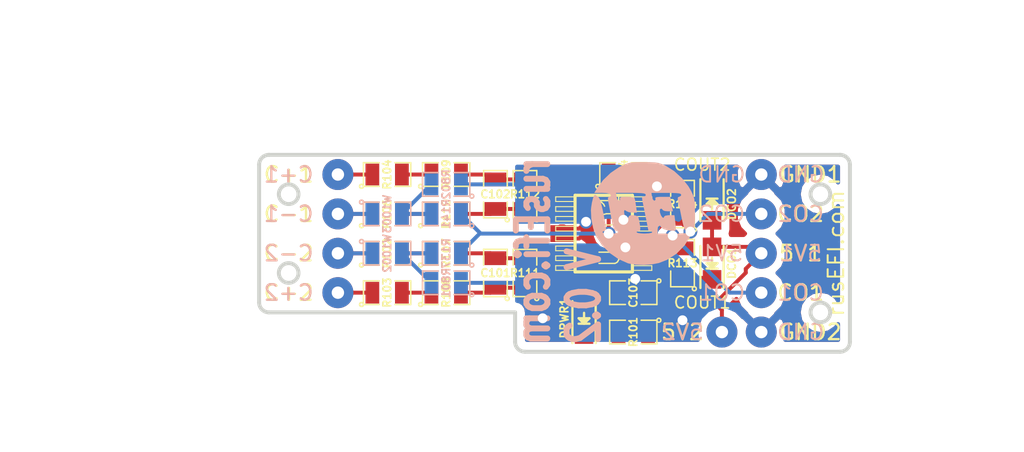
<source format=kicad_pcb>
(kicad_pcb (version 4) (host pcbnew 4.0.5)

  (general
    (links 0)
    (no_connects 0)
    (area 174.080714 108.839 241.082288 140.119101)
    (thickness 1.6)
    (drawings 41)
    (tracks 120)
    (zones 0)
    (modules 38)
    (nets 22)
  )

  (page A)
  (title_block
    (title "VR board")
    (date 2018-12-15)
    (rev R0.2)
    (company "rusEFI by DAECU")
  )

  (layers
    (0 F.Cu signal)
    (31 B.Cu signal)
    (32 B.Adhes user)
    (33 F.Adhes user)
    (34 B.Paste user)
    (35 F.Paste user)
    (36 B.SilkS user)
    (37 F.SilkS user)
    (38 B.Mask user)
    (39 F.Mask user)
    (40 Dwgs.User user)
    (41 Cmts.User user)
    (42 Eco1.User user)
    (43 Eco2.User user)
    (44 Edge.Cuts user)
  )

  (setup
    (last_trace_width 0.254)
    (user_trace_width 0.5)
    (user_trace_width 1.27)
    (trace_clearance 0.1778)
    (zone_clearance 0.508)
    (zone_45_only no)
    (trace_min 0.254)
    (segment_width 0.254)
    (edge_width 0.254)
    (via_size 0.889)
    (via_drill 0.635)
    (via_min_size 0.889)
    (via_min_drill 0.508)
    (uvia_size 0.508)
    (uvia_drill 0.127)
    (uvias_allowed no)
    (uvia_min_size 0.508)
    (uvia_min_drill 0.127)
    (pcb_text_width 0.4318)
    (pcb_text_size 1.524 2.032)
    (mod_edge_width 0.09906)
    (mod_text_size 1.524 1.524)
    (mod_text_width 0.254)
    (pad_size 0.35052 0.70104)
    (pad_drill 0.6)
    (pad_to_mask_clearance 0.254)
    (aux_axis_origin 0 0)
    (visible_elements 7FFFF77F)
    (pcbplotparams
      (layerselection 0x010f0_80000001)
      (usegerberextensions true)
      (excludeedgelayer true)
      (linewidth 0.150000)
      (plotframeref false)
      (viasonmask false)
      (mode 1)
      (useauxorigin false)
      (hpglpennumber 1)
      (hpglpenspeed 20)
      (hpglpendiameter 15)
      (hpglpenoverlay 2)
      (psnegative false)
      (psa4output false)
      (plotreference true)
      (plotvalue false)
      (plotinvisibletext false)
      (padsonsilk false)
      (subtractmaskfromsilk false)
      (outputformat 1)
      (mirror false)
      (drillshape 0)
      (scaleselection 1)
      (outputdirectory gerber))
  )

  (net 0 "")
  (net 1 /5V)
  (net 2 /CAM+)
  (net 3 /CAM-)
  (net 4 /CRK2+)
  (net 5 /CRK2-)
  (net 6 GND)
  (net 7 "Net-(C101-Pad1)")
  (net 8 "Net-(C101-Pad2)")
  (net 9 "Net-(C102-Pad1)")
  (net 10 "Net-(C102-Pad2)")
  (net 11 "Net-(R102-Pad2)")
  (net 12 "Net-(R103-Pad2)")
  (net 13 "Net-(R104-Pad2)")
  (net 14 "Net-(R106-Pad2)")
  (net 15 "Net-(R137-Pad2)")
  (net 16 "Net-(R141-Pad2)")
  (net 17 /Cout2)
  (net 18 /Cout1)
  (net 19 "Net-(DCO1-Pad1)")
  (net 20 "Net-(DCO2-Pad1)")
  (net 21 "Net-(DPWR1-Pad1)")

  (net_class Default "Это класс цепей по умолчанию."
    (clearance 0.1778)
    (trace_width 0.254)
    (via_dia 0.889)
    (via_drill 0.635)
    (uvia_dia 0.508)
    (uvia_drill 0.127)
    (add_net /5V)
    (add_net /CAM+)
    (add_net /CAM-)
    (add_net /CRK2+)
    (add_net /CRK2-)
    (add_net /Cout1)
    (add_net /Cout2)
    (add_net GND)
    (add_net "Net-(C101-Pad1)")
    (add_net "Net-(C101-Pad2)")
    (add_net "Net-(C102-Pad1)")
    (add_net "Net-(C102-Pad2)")
    (add_net "Net-(DCO1-Pad1)")
    (add_net "Net-(DCO2-Pad1)")
    (add_net "Net-(DPWR1-Pad1)")
    (add_net "Net-(R102-Pad2)")
    (add_net "Net-(R103-Pad2)")
    (add_net "Net-(R104-Pad2)")
    (add_net "Net-(R106-Pad2)")
    (add_net "Net-(R137-Pad2)")
    (add_net "Net-(R141-Pad2)")
  )

  (module LED_0805 (layer F.Cu) (tedit 5C152311) (tstamp 56D4E3F9)
    (at 217.17 125.095 90)
    (descr "LED 0805 smd package")
    (tags "LED 0805 SMD")
    (path /55237975)
    (attr smd)
    (fp_text reference DCO1 (at 0 1.27 90) (layer F.SilkS)
      (effects (font (size 0.508 0.508) (thickness 0.10922)))
    )
    (fp_text value LED-red (at 0 1.75 90) (layer F.Fab) hide
      (effects (font (size 1 1) (thickness 0.15)))
    )
    (fp_line (start -1.6 0.75) (end 1.1 0.75) (layer F.SilkS) (width 0.15))
    (fp_line (start -1.6 -0.75) (end 1.1 -0.75) (layer F.SilkS) (width 0.15))
    (fp_line (start -0.1 0.15) (end -0.1 -0.1) (layer F.SilkS) (width 0.15))
    (fp_line (start -0.1 -0.1) (end -0.25 0.05) (layer F.SilkS) (width 0.15))
    (fp_line (start -0.35 -0.35) (end -0.35 0.35) (layer F.SilkS) (width 0.15))
    (fp_line (start 0 0) (end 0.35 0) (layer F.SilkS) (width 0.15))
    (fp_line (start -0.35 0) (end 0 -0.35) (layer F.SilkS) (width 0.15))
    (fp_line (start 0 -0.35) (end 0 0.35) (layer F.SilkS) (width 0.15))
    (fp_line (start 0 0.35) (end -0.35 0) (layer F.SilkS) (width 0.15))
    (fp_line (start 1.9 -0.95) (end 1.9 0.95) (layer F.CrtYd) (width 0.05))
    (fp_line (start 1.9 0.95) (end -1.9 0.95) (layer F.CrtYd) (width 0.05))
    (fp_line (start -1.9 0.95) (end -1.9 -0.95) (layer F.CrtYd) (width 0.05))
    (fp_line (start -1.9 -0.95) (end 1.9 -0.95) (layer F.CrtYd) (width 0.05))
    (pad 2 smd rect (at 1.04902 0 270) (size 1.19888 1.19888) (layers F.Cu F.Paste F.Mask)
      (net 1 /5V))
    (pad 1 smd rect (at -1.04902 0 270) (size 1.19888 1.19888) (layers F.Cu F.Paste F.Mask)
      (net 19 "Net-(DCO1-Pad1)"))
    (model LEDs.3dshapes/LED_0805.wrl
      (at (xyz 0 0 0))
      (scale (xyz 1 1 1))
      (rotate (xyz 0 0 0))
    )
  )

  (module LED_0805 (layer F.Cu) (tedit 5C1632A3) (tstamp 5C14D4E9)
    (at 208.915 128.651 90)
    (descr "LED 0805 smd package")
    (tags "LED 0805 SMD")
    (path /5C14D6AC)
    (attr smd)
    (fp_text reference DPWR1 (at 0 -1.27 90) (layer F.SilkS)
      (effects (font (size 0.508 0.508) (thickness 0.10922)))
    )
    (fp_text value LED-red (at 0 1.75 90) (layer F.Fab) hide
      (effects (font (size 1 1) (thickness 0.15)))
    )
    (fp_line (start -1.6 0.75) (end 1.1 0.75) (layer F.SilkS) (width 0.15))
    (fp_line (start -1.6 -0.75) (end 1.1 -0.75) (layer F.SilkS) (width 0.15))
    (fp_line (start -0.1 0.15) (end -0.1 -0.1) (layer F.SilkS) (width 0.15))
    (fp_line (start -0.1 -0.1) (end -0.25 0.05) (layer F.SilkS) (width 0.15))
    (fp_line (start -0.35 -0.35) (end -0.35 0.35) (layer F.SilkS) (width 0.15))
    (fp_line (start 0 0) (end 0.35 0) (layer F.SilkS) (width 0.15))
    (fp_line (start -0.35 0) (end 0 -0.35) (layer F.SilkS) (width 0.15))
    (fp_line (start 0 -0.35) (end 0 0.35) (layer F.SilkS) (width 0.15))
    (fp_line (start 0 0.35) (end -0.35 0) (layer F.SilkS) (width 0.15))
    (fp_line (start 1.9 -0.95) (end 1.9 0.95) (layer F.CrtYd) (width 0.05))
    (fp_line (start 1.9 0.95) (end -1.9 0.95) (layer F.CrtYd) (width 0.05))
    (fp_line (start -1.9 0.95) (end -1.9 -0.95) (layer F.CrtYd) (width 0.05))
    (fp_line (start -1.9 -0.95) (end 1.9 -0.95) (layer F.CrtYd) (width 0.05))
    (pad 2 smd rect (at 1.04902 0 270) (size 1.19888 1.19888) (layers F.Cu F.Paste F.Mask)
      (net 1 /5V))
    (pad 1 smd rect (at -1.04902 0 270) (size 1.19888 1.19888) (layers F.Cu F.Paste F.Mask)
      (net 21 "Net-(DPWR1-Pad1)"))
    (model LEDs.3dshapes/LED_0805.wrl
      (at (xyz 0 0 0))
      (scale (xyz 1 1 1))
      (rotate (xyz 0 0 0))
    )
  )

  (module SM0805 placed (layer F.Cu) (tedit 5C14D305) (tstamp 5C14D4CC)
    (at 212.09 129.54 180)
    (path /5C14D89B)
    (attr smd)
    (fp_text reference R101 (at 0 0 270) (layer F.SilkS)
      (effects (font (size 0.50038 0.50038) (thickness 0.10922)))
    )
    (fp_text value 10k (at 0 0.381 180) (layer F.SilkS) hide
      (effects (font (size 0.50038 0.50038) (thickness 0.10922)))
    )
    (fp_circle (center -1.651 0.762) (end -1.651 0.635) (layer F.SilkS) (width 0.09906))
    (fp_line (start -0.508 0.762) (end -1.524 0.762) (layer F.SilkS) (width 0.09906))
    (fp_line (start -1.524 0.762) (end -1.524 -0.762) (layer F.SilkS) (width 0.09906))
    (fp_line (start -1.524 -0.762) (end -0.508 -0.762) (layer F.SilkS) (width 0.09906))
    (fp_line (start 0.508 -0.762) (end 1.524 -0.762) (layer F.SilkS) (width 0.09906))
    (fp_line (start 1.524 -0.762) (end 1.524 0.762) (layer F.SilkS) (width 0.09906))
    (fp_line (start 1.524 0.762) (end 0.508 0.762) (layer F.SilkS) (width 0.09906))
    (pad 1 smd rect (at -0.9525 0 180) (size 0.889 1.397) (layers F.Cu F.Paste F.Mask)
      (net 6 GND))
    (pad 2 smd rect (at 0.9525 0 180) (size 0.889 1.397) (layers F.Cu F.Paste F.Mask)
      (net 21 "Net-(DPWR1-Pad1)"))
    (model smd/chip_cms.wrl
      (at (xyz 0 0 0))
      (scale (xyz 0.1 0.1 0.1))
      (rotate (xyz 0 0 0))
    )
  )

  (module SM0805 placed (layer F.Cu) (tedit 56D4E61B) (tstamp 528A14D4)
    (at 203.2 125.73 90)
    (path /4AD9C851)
    (attr smd)
    (fp_text reference C101 (at 0 0 180) (layer F.SilkS)
      (effects (font (size 0.50038 0.50038) (thickness 0.10922)))
    )
    (fp_text value 1000pF (at 0 0.381 90) (layer F.SilkS) hide
      (effects (font (size 0.50038 0.50038) (thickness 0.10922)))
    )
    (fp_circle (center -1.651 0.762) (end -1.651 0.635) (layer F.SilkS) (width 0.09906))
    (fp_line (start -0.508 0.762) (end -1.524 0.762) (layer F.SilkS) (width 0.09906))
    (fp_line (start -1.524 0.762) (end -1.524 -0.762) (layer F.SilkS) (width 0.09906))
    (fp_line (start -1.524 -0.762) (end -0.508 -0.762) (layer F.SilkS) (width 0.09906))
    (fp_line (start 0.508 -0.762) (end 1.524 -0.762) (layer F.SilkS) (width 0.09906))
    (fp_line (start 1.524 -0.762) (end 1.524 0.762) (layer F.SilkS) (width 0.09906))
    (fp_line (start 1.524 0.762) (end 0.508 0.762) (layer F.SilkS) (width 0.09906))
    (pad 1 smd rect (at -0.9525 0 90) (size 0.889 1.397) (layers F.Cu F.Paste F.Mask)
      (net 7 "Net-(C101-Pad1)"))
    (pad 2 smd rect (at 0.9525 0 90) (size 0.889 1.397) (layers F.Cu F.Paste F.Mask)
      (net 8 "Net-(C101-Pad2)"))
    (model smd/chip_cms.wrl
      (at (xyz 0 0 0))
      (scale (xyz 0.1 0.1 0.1))
      (rotate (xyz 0 0 0))
    )
  )

  (module SM0805 placed (layer F.Cu) (tedit 56D4E61F) (tstamp 528A14E1)
    (at 203.2 120.65 90)
    (path /4AD9CD25)
    (attr smd)
    (fp_text reference C102 (at 0 0 180) (layer F.SilkS)
      (effects (font (size 0.50038 0.50038) (thickness 0.10922)))
    )
    (fp_text value 1000pF (at 0 0.381 90) (layer F.SilkS) hide
      (effects (font (size 0.50038 0.50038) (thickness 0.10922)))
    )
    (fp_circle (center -1.651 0.762) (end -1.651 0.635) (layer F.SilkS) (width 0.09906))
    (fp_line (start -0.508 0.762) (end -1.524 0.762) (layer F.SilkS) (width 0.09906))
    (fp_line (start -1.524 0.762) (end -1.524 -0.762) (layer F.SilkS) (width 0.09906))
    (fp_line (start -1.524 -0.762) (end -0.508 -0.762) (layer F.SilkS) (width 0.09906))
    (fp_line (start 0.508 -0.762) (end 1.524 -0.762) (layer F.SilkS) (width 0.09906))
    (fp_line (start 1.524 -0.762) (end 1.524 0.762) (layer F.SilkS) (width 0.09906))
    (fp_line (start 1.524 0.762) (end 0.508 0.762) (layer F.SilkS) (width 0.09906))
    (pad 1 smd rect (at -0.9525 0 90) (size 0.889 1.397) (layers F.Cu F.Paste F.Mask)
      (net 9 "Net-(C102-Pad1)"))
    (pad 2 smd rect (at 0.9525 0 90) (size 0.889 1.397) (layers F.Cu F.Paste F.Mask)
      (net 10 "Net-(C102-Pad2)"))
    (model smd/chip_cms.wrl
      (at (xyz 0 0 0))
      (scale (xyz 0.1 0.1 0.1))
      (rotate (xyz 0 0 0))
    )
  )

  (module SM0805 placed (layer F.Cu) (tedit 56D4E60A) (tstamp 528A14FA)
    (at 211.455 119.38)
    (path /50D6291F)
    (attr smd)
    (fp_text reference C104 (at 0 0 90) (layer F.SilkS)
      (effects (font (size 0.50038 0.50038) (thickness 0.10922)))
    )
    (fp_text value 0.1uF (at 0 0.381) (layer F.SilkS) hide
      (effects (font (size 0.50038 0.50038) (thickness 0.10922)))
    )
    (fp_circle (center -1.651 0.762) (end -1.651 0.635) (layer F.SilkS) (width 0.09906))
    (fp_line (start -0.508 0.762) (end -1.524 0.762) (layer F.SilkS) (width 0.09906))
    (fp_line (start -1.524 0.762) (end -1.524 -0.762) (layer F.SilkS) (width 0.09906))
    (fp_line (start -1.524 -0.762) (end -0.508 -0.762) (layer F.SilkS) (width 0.09906))
    (fp_line (start 0.508 -0.762) (end 1.524 -0.762) (layer F.SilkS) (width 0.09906))
    (fp_line (start 1.524 -0.762) (end 1.524 0.762) (layer F.SilkS) (width 0.09906))
    (fp_line (start 1.524 0.762) (end 0.508 0.762) (layer F.SilkS) (width 0.09906))
    (pad 1 smd rect (at -0.9525 0) (size 0.889 1.397) (layers F.Cu F.Paste F.Mask)
      (net 1 /5V))
    (pad 2 smd rect (at 0.9525 0) (size 0.889 1.397) (layers F.Cu F.Paste F.Mask)
      (net 6 GND))
    (model smd/chip_cms.wrl
      (at (xyz 0 0 0))
      (scale (xyz 0.1 0.1 0.1))
      (rotate (xyz 0 0 0))
    )
  )

  (module SM0805 placed (layer F.Cu) (tedit 56D4E511) (tstamp 529E9947)
    (at 196.215 124.46)
    (path /4E39E3A9)
    (attr smd)
    (fp_text reference R102 (at 0 0 90) (layer F.SilkS)
      (effects (font (size 0.50038 0.50038) (thickness 0.10922)))
    )
    (fp_text value 5k (at 0 0.381) (layer F.SilkS) hide
      (effects (font (size 0.50038 0.50038) (thickness 0.10922)))
    )
    (fp_circle (center -1.651 0.762) (end -1.651 0.635) (layer F.SilkS) (width 0.09906))
    (fp_line (start -0.508 0.762) (end -1.524 0.762) (layer F.SilkS) (width 0.09906))
    (fp_line (start -1.524 0.762) (end -1.524 -0.762) (layer F.SilkS) (width 0.09906))
    (fp_line (start -1.524 -0.762) (end -0.508 -0.762) (layer F.SilkS) (width 0.09906))
    (fp_line (start 0.508 -0.762) (end 1.524 -0.762) (layer F.SilkS) (width 0.09906))
    (fp_line (start 1.524 -0.762) (end 1.524 0.762) (layer F.SilkS) (width 0.09906))
    (fp_line (start 1.524 0.762) (end 0.508 0.762) (layer F.SilkS) (width 0.09906))
    (pad 1 smd rect (at -0.9525 0) (size 0.889 1.397) (layers F.Cu F.Paste F.Mask)
      (net 5 /CRK2-))
    (pad 2 smd rect (at 0.9525 0) (size 0.889 1.397) (layers F.Cu F.Paste F.Mask)
      (net 11 "Net-(R102-Pad2)"))
    (model smd/chip_cms.wrl
      (at (xyz 0 0 0))
      (scale (xyz 0.1 0.1 0.1))
      (rotate (xyz 0 0 0))
    )
  )

  (module SM0805 placed (layer F.Cu) (tedit 56D4E539) (tstamp 528A15A8)
    (at 196.215 127)
    (path /4E39E3A5)
    (attr smd)
    (fp_text reference R103 (at 0 0 90) (layer F.SilkS)
      (effects (font (size 0.50038 0.50038) (thickness 0.10922)))
    )
    (fp_text value 5k (at 0 0.381) (layer F.SilkS) hide
      (effects (font (size 0.50038 0.50038) (thickness 0.10922)))
    )
    (fp_circle (center -1.651 0.762) (end -1.651 0.635) (layer F.SilkS) (width 0.09906))
    (fp_line (start -0.508 0.762) (end -1.524 0.762) (layer F.SilkS) (width 0.09906))
    (fp_line (start -1.524 0.762) (end -1.524 -0.762) (layer F.SilkS) (width 0.09906))
    (fp_line (start -1.524 -0.762) (end -0.508 -0.762) (layer F.SilkS) (width 0.09906))
    (fp_line (start 0.508 -0.762) (end 1.524 -0.762) (layer F.SilkS) (width 0.09906))
    (fp_line (start 1.524 -0.762) (end 1.524 0.762) (layer F.SilkS) (width 0.09906))
    (fp_line (start 1.524 0.762) (end 0.508 0.762) (layer F.SilkS) (width 0.09906))
    (pad 1 smd rect (at -0.9525 0) (size 0.889 1.397) (layers F.Cu F.Paste F.Mask)
      (net 4 /CRK2+))
    (pad 2 smd rect (at 0.9525 0) (size 0.889 1.397) (layers F.Cu F.Paste F.Mask)
      (net 12 "Net-(R103-Pad2)"))
    (model smd/chip_cms.wrl
      (at (xyz 0 0 0))
      (scale (xyz 0.1 0.1 0.1))
      (rotate (xyz 0 0 0))
    )
  )

  (module SM0805 placed (layer F.Cu) (tedit 56D4E55C) (tstamp 528A15B5)
    (at 196.215 119.38)
    (path /4E39E39B)
    (attr smd)
    (fp_text reference R104 (at 0 0 90) (layer F.SilkS)
      (effects (font (size 0.50038 0.50038) (thickness 0.10922)))
    )
    (fp_text value 5k (at 0 0.381) (layer F.SilkS) hide
      (effects (font (size 0.50038 0.50038) (thickness 0.10922)))
    )
    (fp_circle (center -1.651 0.762) (end -1.651 0.635) (layer F.SilkS) (width 0.09906))
    (fp_line (start -0.508 0.762) (end -1.524 0.762) (layer F.SilkS) (width 0.09906))
    (fp_line (start -1.524 0.762) (end -1.524 -0.762) (layer F.SilkS) (width 0.09906))
    (fp_line (start -1.524 -0.762) (end -0.508 -0.762) (layer F.SilkS) (width 0.09906))
    (fp_line (start 0.508 -0.762) (end 1.524 -0.762) (layer F.SilkS) (width 0.09906))
    (fp_line (start 1.524 -0.762) (end 1.524 0.762) (layer F.SilkS) (width 0.09906))
    (fp_line (start 1.524 0.762) (end 0.508 0.762) (layer F.SilkS) (width 0.09906))
    (pad 1 smd rect (at -0.9525 0) (size 0.889 1.397) (layers F.Cu F.Paste F.Mask)
      (net 2 /CAM+))
    (pad 2 smd rect (at 0.9525 0) (size 0.889 1.397) (layers F.Cu F.Paste F.Mask)
      (net 13 "Net-(R104-Pad2)"))
    (model smd/chip_cms.wrl
      (at (xyz 0 0 0))
      (scale (xyz 0.1 0.1 0.1))
      (rotate (xyz 0 0 0))
    )
  )

  (module SM0805 (layer F.Cu) (tedit 56D4E74E) (tstamp 528A15CF)
    (at 196.215 121.92)
    (path /4E39E39D)
    (attr smd)
    (fp_text reference R106 (at 0 0 90) (layer F.SilkS)
      (effects (font (size 0.50038 0.50038) (thickness 0.10922)))
    )
    (fp_text value 5k (at 0 0.381) (layer F.SilkS) hide
      (effects (font (size 0.50038 0.50038) (thickness 0.10922)))
    )
    (fp_circle (center -1.651 0.762) (end -1.651 0.635) (layer F.SilkS) (width 0.09906))
    (fp_line (start -0.508 0.762) (end -1.524 0.762) (layer F.SilkS) (width 0.09906))
    (fp_line (start -1.524 0.762) (end -1.524 -0.762) (layer F.SilkS) (width 0.09906))
    (fp_line (start -1.524 -0.762) (end -0.508 -0.762) (layer F.SilkS) (width 0.09906))
    (fp_line (start 0.508 -0.762) (end 1.524 -0.762) (layer F.SilkS) (width 0.09906))
    (fp_line (start 1.524 -0.762) (end 1.524 0.762) (layer F.SilkS) (width 0.09906))
    (fp_line (start 1.524 0.762) (end 0.508 0.762) (layer F.SilkS) (width 0.09906))
    (pad 1 smd rect (at -0.9525 0) (size 0.889 1.397) (layers F.Cu F.Paste F.Mask)
      (net 3 /CAM-))
    (pad 2 smd rect (at 0.9525 0) (size 0.889 1.397) (layers F.Cu F.Paste F.Mask)
      (net 14 "Net-(R106-Pad2)"))
    (model smd/chip_cms.wrl
      (at (xyz 0 0 0))
      (scale (xyz 0.1 0.1 0.1))
      (rotate (xyz 0 0 0))
    )
  )

  (module SM0805 placed (layer F.Cu) (tedit 56D4E519) (tstamp 528A15DC)
    (at 200.025 124.46)
    (path /4E39E3AD)
    (attr smd)
    (fp_text reference R107 (at 0 0 90) (layer F.SilkS)
      (effects (font (size 0.50038 0.50038) (thickness 0.10922)))
    )
    (fp_text value 5k (at 0 0.381) (layer F.SilkS) hide
      (effects (font (size 0.50038 0.50038) (thickness 0.10922)))
    )
    (fp_circle (center -1.651 0.762) (end -1.651 0.635) (layer F.SilkS) (width 0.09906))
    (fp_line (start -0.508 0.762) (end -1.524 0.762) (layer F.SilkS) (width 0.09906))
    (fp_line (start -1.524 0.762) (end -1.524 -0.762) (layer F.SilkS) (width 0.09906))
    (fp_line (start -1.524 -0.762) (end -0.508 -0.762) (layer F.SilkS) (width 0.09906))
    (fp_line (start 0.508 -0.762) (end 1.524 -0.762) (layer F.SilkS) (width 0.09906))
    (fp_line (start 1.524 -0.762) (end 1.524 0.762) (layer F.SilkS) (width 0.09906))
    (fp_line (start 1.524 0.762) (end 0.508 0.762) (layer F.SilkS) (width 0.09906))
    (pad 1 smd rect (at -0.9525 0) (size 0.889 1.397) (layers F.Cu F.Paste F.Mask)
      (net 11 "Net-(R102-Pad2)"))
    (pad 2 smd rect (at 0.9525 0) (size 0.889 1.397) (layers F.Cu F.Paste F.Mask)
      (net 8 "Net-(C101-Pad2)"))
    (model smd/chip_cms.wrl
      (at (xyz 0 0 0))
      (scale (xyz 0.1 0.1 0.1))
      (rotate (xyz 0 0 0))
    )
  )

  (module SM0805 placed (layer F.Cu) (tedit 56D4E554) (tstamp 528A15E9)
    (at 200.025 127)
    (path /4E39E3A0)
    (attr smd)
    (fp_text reference R108 (at 0 0 90) (layer F.SilkS)
      (effects (font (size 0.50038 0.50038) (thickness 0.10922)))
    )
    (fp_text value 5k (at 0 0.381) (layer F.SilkS) hide
      (effects (font (size 0.50038 0.50038) (thickness 0.10922)))
    )
    (fp_circle (center -1.651 0.762) (end -1.651 0.635) (layer F.SilkS) (width 0.09906))
    (fp_line (start -0.508 0.762) (end -1.524 0.762) (layer F.SilkS) (width 0.09906))
    (fp_line (start -1.524 0.762) (end -1.524 -0.762) (layer F.SilkS) (width 0.09906))
    (fp_line (start -1.524 -0.762) (end -0.508 -0.762) (layer F.SilkS) (width 0.09906))
    (fp_line (start 0.508 -0.762) (end 1.524 -0.762) (layer F.SilkS) (width 0.09906))
    (fp_line (start 1.524 -0.762) (end 1.524 0.762) (layer F.SilkS) (width 0.09906))
    (fp_line (start 1.524 0.762) (end 0.508 0.762) (layer F.SilkS) (width 0.09906))
    (pad 1 smd rect (at -0.9525 0) (size 0.889 1.397) (layers F.Cu F.Paste F.Mask)
      (net 12 "Net-(R103-Pad2)"))
    (pad 2 smd rect (at 0.9525 0) (size 0.889 1.397) (layers F.Cu F.Paste F.Mask)
      (net 7 "Net-(C101-Pad1)"))
    (model smd/chip_cms.wrl
      (at (xyz 0 0 0))
      (scale (xyz 0.1 0.1 0.1))
      (rotate (xyz 0 0 0))
    )
  )

  (module SM0805 placed (layer F.Cu) (tedit 56D4E756) (tstamp 528A15F6)
    (at 200.025 119.38)
    (path /4E39E396)
    (attr smd)
    (fp_text reference R109 (at 0 0 90) (layer F.SilkS)
      (effects (font (size 0.50038 0.50038) (thickness 0.10922)))
    )
    (fp_text value 5k (at 0 0.381) (layer F.SilkS) hide
      (effects (font (size 0.50038 0.50038) (thickness 0.10922)))
    )
    (fp_circle (center -1.651 0.762) (end -1.651 0.635) (layer F.SilkS) (width 0.09906))
    (fp_line (start -0.508 0.762) (end -1.524 0.762) (layer F.SilkS) (width 0.09906))
    (fp_line (start -1.524 0.762) (end -1.524 -0.762) (layer F.SilkS) (width 0.09906))
    (fp_line (start -1.524 -0.762) (end -0.508 -0.762) (layer F.SilkS) (width 0.09906))
    (fp_line (start 0.508 -0.762) (end 1.524 -0.762) (layer F.SilkS) (width 0.09906))
    (fp_line (start 1.524 -0.762) (end 1.524 0.762) (layer F.SilkS) (width 0.09906))
    (fp_line (start 1.524 0.762) (end 0.508 0.762) (layer F.SilkS) (width 0.09906))
    (pad 1 smd rect (at -0.9525 0) (size 0.889 1.397) (layers F.Cu F.Paste F.Mask)
      (net 13 "Net-(R104-Pad2)"))
    (pad 2 smd rect (at 0.9525 0) (size 0.889 1.397) (layers F.Cu F.Paste F.Mask)
      (net 10 "Net-(C102-Pad2)"))
    (model smd/chip_cms.wrl
      (at (xyz 0 0 0))
      (scale (xyz 0.1 0.1 0.1))
      (rotate (xyz 0 0 0))
    )
  )

  (module SM0805 placed (layer F.Cu) (tedit 56D4E74C) (tstamp 528A1603)
    (at 200.025 121.92)
    (path /4E39E393)
    (attr smd)
    (fp_text reference R110 (at 0 0 90) (layer F.SilkS)
      (effects (font (size 0.50038 0.50038) (thickness 0.10922)))
    )
    (fp_text value 5k (at 0 0.381) (layer F.SilkS) hide
      (effects (font (size 0.50038 0.50038) (thickness 0.10922)))
    )
    (fp_circle (center -1.651 0.762) (end -1.651 0.635) (layer F.SilkS) (width 0.09906))
    (fp_line (start -0.508 0.762) (end -1.524 0.762) (layer F.SilkS) (width 0.09906))
    (fp_line (start -1.524 0.762) (end -1.524 -0.762) (layer F.SilkS) (width 0.09906))
    (fp_line (start -1.524 -0.762) (end -0.508 -0.762) (layer F.SilkS) (width 0.09906))
    (fp_line (start 0.508 -0.762) (end 1.524 -0.762) (layer F.SilkS) (width 0.09906))
    (fp_line (start 1.524 -0.762) (end 1.524 0.762) (layer F.SilkS) (width 0.09906))
    (fp_line (start 1.524 0.762) (end 0.508 0.762) (layer F.SilkS) (width 0.09906))
    (pad 1 smd rect (at -0.9525 0) (size 0.889 1.397) (layers F.Cu F.Paste F.Mask)
      (net 14 "Net-(R106-Pad2)"))
    (pad 2 smd rect (at 0.9525 0) (size 0.889 1.397) (layers F.Cu F.Paste F.Mask)
      (net 9 "Net-(C102-Pad1)"))
    (model smd/chip_cms.wrl
      (at (xyz 0 0 0))
      (scale (xyz 0.1 0.1 0.1))
      (rotate (xyz 0 0 0))
    )
  )

  (module SM0805 placed (layer F.Cu) (tedit 56D4E615) (tstamp 529E99E5)
    (at 205.105 125.73 90)
    (path /4E39E390)
    (attr smd)
    (fp_text reference R111 (at 0 0 180) (layer F.SilkS)
      (effects (font (size 0.50038 0.50038) (thickness 0.10922)))
    )
    (fp_text value 5k (at 0 0.381 90) (layer F.SilkS) hide
      (effects (font (size 0.50038 0.50038) (thickness 0.10922)))
    )
    (fp_circle (center -1.651 0.762) (end -1.651 0.635) (layer F.SilkS) (width 0.09906))
    (fp_line (start -0.508 0.762) (end -1.524 0.762) (layer F.SilkS) (width 0.09906))
    (fp_line (start -1.524 0.762) (end -1.524 -0.762) (layer F.SilkS) (width 0.09906))
    (fp_line (start -1.524 -0.762) (end -0.508 -0.762) (layer F.SilkS) (width 0.09906))
    (fp_line (start 0.508 -0.762) (end 1.524 -0.762) (layer F.SilkS) (width 0.09906))
    (fp_line (start 1.524 -0.762) (end 1.524 0.762) (layer F.SilkS) (width 0.09906))
    (fp_line (start 1.524 0.762) (end 0.508 0.762) (layer F.SilkS) (width 0.09906))
    (pad 1 smd rect (at -0.9525 0 90) (size 0.889 1.397) (layers F.Cu F.Paste F.Mask)
      (net 7 "Net-(C101-Pad1)"))
    (pad 2 smd rect (at 0.9525 0 90) (size 0.889 1.397) (layers F.Cu F.Paste F.Mask)
      (net 8 "Net-(C101-Pad2)"))
    (model smd/chip_cms.wrl
      (at (xyz 0 0 0))
      (scale (xyz 0.1 0.1 0.1))
      (rotate (xyz 0 0 0))
    )
  )

  (module SM0805 placed (layer F.Cu) (tedit 56D4E624) (tstamp 528A161D)
    (at 205.105 120.65 90)
    (path /4E39E38D)
    (attr smd)
    (fp_text reference R112 (at 0 0 180) (layer F.SilkS)
      (effects (font (size 0.50038 0.50038) (thickness 0.10922)))
    )
    (fp_text value 5k (at 0 0.381 90) (layer F.SilkS) hide
      (effects (font (size 0.50038 0.50038) (thickness 0.10922)))
    )
    (fp_circle (center -1.651 0.762) (end -1.651 0.635) (layer F.SilkS) (width 0.09906))
    (fp_line (start -0.508 0.762) (end -1.524 0.762) (layer F.SilkS) (width 0.09906))
    (fp_line (start -1.524 0.762) (end -1.524 -0.762) (layer F.SilkS) (width 0.09906))
    (fp_line (start -1.524 -0.762) (end -0.508 -0.762) (layer F.SilkS) (width 0.09906))
    (fp_line (start 0.508 -0.762) (end 1.524 -0.762) (layer F.SilkS) (width 0.09906))
    (fp_line (start 1.524 -0.762) (end 1.524 0.762) (layer F.SilkS) (width 0.09906))
    (fp_line (start 1.524 0.762) (end 0.508 0.762) (layer F.SilkS) (width 0.09906))
    (pad 1 smd rect (at -0.9525 0 90) (size 0.889 1.397) (layers F.Cu F.Paste F.Mask)
      (net 9 "Net-(C102-Pad1)"))
    (pad 2 smd rect (at 0.9525 0 90) (size 0.889 1.397) (layers F.Cu F.Paste F.Mask)
      (net 10 "Net-(C102-Pad2)"))
    (model smd/chip_cms.wrl
      (at (xyz 0 0 0))
      (scale (xyz 0.1 0.1 0.1))
      (rotate (xyz 0 0 0))
    )
  )

  (module SM0805 placed (layer F.Cu) (tedit 56D4E70D) (tstamp 52E1E98D)
    (at 215.265 125.095 90)
    (path /4AD9C75B)
    (attr smd)
    (fp_text reference R113 (at 0 0 180) (layer F.SilkS)
      (effects (font (size 0.50038 0.50038) (thickness 0.10922)))
    )
    (fp_text value 10k (at 0 0.381 90) (layer F.SilkS) hide
      (effects (font (size 0.50038 0.50038) (thickness 0.10922)))
    )
    (fp_circle (center -1.651 0.762) (end -1.651 0.635) (layer F.SilkS) (width 0.09906))
    (fp_line (start -0.508 0.762) (end -1.524 0.762) (layer F.SilkS) (width 0.09906))
    (fp_line (start -1.524 0.762) (end -1.524 -0.762) (layer F.SilkS) (width 0.09906))
    (fp_line (start -1.524 -0.762) (end -0.508 -0.762) (layer F.SilkS) (width 0.09906))
    (fp_line (start 0.508 -0.762) (end 1.524 -0.762) (layer F.SilkS) (width 0.09906))
    (fp_line (start 1.524 -0.762) (end 1.524 0.762) (layer F.SilkS) (width 0.09906))
    (fp_line (start 1.524 0.762) (end 0.508 0.762) (layer F.SilkS) (width 0.09906))
    (pad 1 smd rect (at -0.9525 0 90) (size 0.889 1.397) (layers F.Cu F.Paste F.Mask)
      (net 19 "Net-(DCO1-Pad1)"))
    (pad 2 smd rect (at 0.9525 0 90) (size 0.889 1.397) (layers F.Cu F.Paste F.Mask)
      (net 18 /Cout1))
    (model smd/chip_cms.wrl
      (at (xyz 0 0 0))
      (scale (xyz 0.1 0.1 0.1))
      (rotate (xyz 0 0 0))
    )
  )

  (module SM0805 placed (layer F.Cu) (tedit 56D4E710) (tstamp 528A1637)
    (at 215.265 121.285 90)
    (path /5101D08D)
    (attr smd)
    (fp_text reference R114 (at 0 0 180) (layer F.SilkS)
      (effects (font (size 0.50038 0.50038) (thickness 0.10922)))
    )
    (fp_text value 10k (at 0 0.381 90) (layer F.SilkS) hide
      (effects (font (size 0.50038 0.50038) (thickness 0.10922)))
    )
    (fp_circle (center -1.651 0.762) (end -1.651 0.635) (layer F.SilkS) (width 0.09906))
    (fp_line (start -0.508 0.762) (end -1.524 0.762) (layer F.SilkS) (width 0.09906))
    (fp_line (start -1.524 0.762) (end -1.524 -0.762) (layer F.SilkS) (width 0.09906))
    (fp_line (start -1.524 -0.762) (end -0.508 -0.762) (layer F.SilkS) (width 0.09906))
    (fp_line (start 0.508 -0.762) (end 1.524 -0.762) (layer F.SilkS) (width 0.09906))
    (fp_line (start 1.524 -0.762) (end 1.524 0.762) (layer F.SilkS) (width 0.09906))
    (fp_line (start 1.524 0.762) (end 0.508 0.762) (layer F.SilkS) (width 0.09906))
    (pad 1 smd rect (at -0.9525 0 90) (size 0.889 1.397) (layers F.Cu F.Paste F.Mask)
      (net 17 /Cout2))
    (pad 2 smd rect (at 0.9525 0 90) (size 0.889 1.397) (layers F.Cu F.Paste F.Mask)
      (net 20 "Net-(DCO2-Pad1)"))
    (model smd/chip_cms.wrl
      (at (xyz 0 0 0))
      (scale (xyz 0.1 0.1 0.1))
      (rotate (xyz 0 0 0))
    )
  )

  (module maxim-10-QSOP16 placed (layer F.Cu) (tedit 529E9A8F) (tstamp 529C9412)
    (at 210.185 123.19 90)
    (descr "SMALL OUTLINE PACKAGE")
    (tags "SMALL OUTLINE PACKAGE")
    (path /4BF90B79)
    (attr smd)
    (fp_text reference U101 (at 0.254 0.381 90) (layer F.SilkS)
      (effects (font (size 1.27 1.27) (thickness 0.0889)))
    )
    (fp_text value MAX9926/9927 (at -3.45186 -0.97028 180) (layer F.SilkS) hide
      (effects (font (size 1.27 1.27) (thickness 0.0889)))
    )
    (fp_line (start -2.37236 3.0988) (end -2.0701 3.0988) (layer F.SilkS) (width 0.06604))
    (fp_line (start -2.0701 3.0988) (end -2.0701 1.79832) (layer F.SilkS) (width 0.06604))
    (fp_line (start -2.37236 1.79832) (end -2.0701 1.79832) (layer F.SilkS) (width 0.06604))
    (fp_line (start -2.37236 3.0988) (end -2.37236 1.79832) (layer F.SilkS) (width 0.06604))
    (fp_line (start -1.73736 3.0988) (end -1.4351 3.0988) (layer F.SilkS) (width 0.06604))
    (fp_line (start -1.4351 3.0988) (end -1.4351 1.79832) (layer F.SilkS) (width 0.06604))
    (fp_line (start -1.73736 1.79832) (end -1.4351 1.79832) (layer F.SilkS) (width 0.06604))
    (fp_line (start -1.73736 3.0988) (end -1.73736 1.79832) (layer F.SilkS) (width 0.06604))
    (fp_line (start -1.10236 3.0988) (end -0.8001 3.0988) (layer F.SilkS) (width 0.06604))
    (fp_line (start -0.8001 3.0988) (end -0.8001 1.79832) (layer F.SilkS) (width 0.06604))
    (fp_line (start -1.10236 1.79832) (end -0.8001 1.79832) (layer F.SilkS) (width 0.06604))
    (fp_line (start -1.10236 3.0988) (end -1.10236 1.79832) (layer F.SilkS) (width 0.06604))
    (fp_line (start -0.46736 3.0988) (end -0.1651 3.0988) (layer F.SilkS) (width 0.06604))
    (fp_line (start -0.1651 3.0988) (end -0.1651 1.79832) (layer F.SilkS) (width 0.06604))
    (fp_line (start -0.46736 1.79832) (end -0.1651 1.79832) (layer F.SilkS) (width 0.06604))
    (fp_line (start -0.46736 3.0988) (end -0.46736 1.79832) (layer F.SilkS) (width 0.06604))
    (fp_line (start 0.1651 3.0988) (end 0.46736 3.0988) (layer F.SilkS) (width 0.06604))
    (fp_line (start 0.46736 3.0988) (end 0.46736 1.79832) (layer F.SilkS) (width 0.06604))
    (fp_line (start 0.1651 1.79832) (end 0.46736 1.79832) (layer F.SilkS) (width 0.06604))
    (fp_line (start 0.1651 3.0988) (end 0.1651 1.79832) (layer F.SilkS) (width 0.06604))
    (fp_line (start 0.8001 3.0988) (end 1.10236 3.0988) (layer F.SilkS) (width 0.06604))
    (fp_line (start 1.10236 3.0988) (end 1.10236 1.79832) (layer F.SilkS) (width 0.06604))
    (fp_line (start 0.8001 1.79832) (end 1.10236 1.79832) (layer F.SilkS) (width 0.06604))
    (fp_line (start 0.8001 3.0988) (end 0.8001 1.79832) (layer F.SilkS) (width 0.06604))
    (fp_line (start 1.4351 3.0988) (end 1.73736 3.0988) (layer F.SilkS) (width 0.06604))
    (fp_line (start 1.73736 3.0988) (end 1.73736 1.79832) (layer F.SilkS) (width 0.06604))
    (fp_line (start 1.4351 1.79832) (end 1.73736 1.79832) (layer F.SilkS) (width 0.06604))
    (fp_line (start 1.4351 3.0988) (end 1.4351 1.79832) (layer F.SilkS) (width 0.06604))
    (fp_line (start 2.0701 3.0988) (end 2.37236 3.0988) (layer F.SilkS) (width 0.06604))
    (fp_line (start 2.37236 3.0988) (end 2.37236 1.79832) (layer F.SilkS) (width 0.06604))
    (fp_line (start 2.0701 1.79832) (end 2.37236 1.79832) (layer F.SilkS) (width 0.06604))
    (fp_line (start 2.0701 3.0988) (end 2.0701 1.79832) (layer F.SilkS) (width 0.06604))
    (fp_line (start 2.0701 -1.79832) (end 2.37236 -1.79832) (layer F.SilkS) (width 0.06604))
    (fp_line (start 2.37236 -1.79832) (end 2.37236 -3.0988) (layer F.SilkS) (width 0.06604))
    (fp_line (start 2.0701 -3.0988) (end 2.37236 -3.0988) (layer F.SilkS) (width 0.06604))
    (fp_line (start 2.0701 -1.79832) (end 2.0701 -3.0988) (layer F.SilkS) (width 0.06604))
    (fp_line (start 1.4351 -1.79832) (end 1.73736 -1.79832) (layer F.SilkS) (width 0.06604))
    (fp_line (start 1.73736 -1.79832) (end 1.73736 -3.0988) (layer F.SilkS) (width 0.06604))
    (fp_line (start 1.4351 -3.0988) (end 1.73736 -3.0988) (layer F.SilkS) (width 0.06604))
    (fp_line (start 1.4351 -1.79832) (end 1.4351 -3.0988) (layer F.SilkS) (width 0.06604))
    (fp_line (start 0.8001 -1.79832) (end 1.10236 -1.79832) (layer F.SilkS) (width 0.06604))
    (fp_line (start 1.10236 -1.79832) (end 1.10236 -3.0988) (layer F.SilkS) (width 0.06604))
    (fp_line (start 0.8001 -3.0988) (end 1.10236 -3.0988) (layer F.SilkS) (width 0.06604))
    (fp_line (start 0.8001 -1.79832) (end 0.8001 -3.0988) (layer F.SilkS) (width 0.06604))
    (fp_line (start 0.1651 -1.79832) (end 0.46736 -1.79832) (layer F.SilkS) (width 0.06604))
    (fp_line (start 0.46736 -1.79832) (end 0.46736 -3.0988) (layer F.SilkS) (width 0.06604))
    (fp_line (start 0.1651 -3.0988) (end 0.46736 -3.0988) (layer F.SilkS) (width 0.06604))
    (fp_line (start 0.1651 -1.79832) (end 0.1651 -3.0988) (layer F.SilkS) (width 0.06604))
    (fp_line (start -0.46736 -1.79832) (end -0.1651 -1.79832) (layer F.SilkS) (width 0.06604))
    (fp_line (start -0.1651 -1.79832) (end -0.1651 -3.0988) (layer F.SilkS) (width 0.06604))
    (fp_line (start -0.46736 -3.0988) (end -0.1651 -3.0988) (layer F.SilkS) (width 0.06604))
    (fp_line (start -0.46736 -1.79832) (end -0.46736 -3.0988) (layer F.SilkS) (width 0.06604))
    (fp_line (start -1.10236 -1.79832) (end -0.8001 -1.79832) (layer F.SilkS) (width 0.06604))
    (fp_line (start -0.8001 -1.79832) (end -0.8001 -3.0988) (layer F.SilkS) (width 0.06604))
    (fp_line (start -1.10236 -3.0988) (end -0.8001 -3.0988) (layer F.SilkS) (width 0.06604))
    (fp_line (start -1.10236 -1.79832) (end -1.10236 -3.0988) (layer F.SilkS) (width 0.06604))
    (fp_line (start -1.73736 -1.79832) (end -1.4351 -1.79832) (layer F.SilkS) (width 0.06604))
    (fp_line (start -1.4351 -1.79832) (end -1.4351 -3.0988) (layer F.SilkS) (width 0.06604))
    (fp_line (start -1.73736 -3.0988) (end -1.4351 -3.0988) (layer F.SilkS) (width 0.06604))
    (fp_line (start -1.73736 -1.79832) (end -1.73736 -3.0988) (layer F.SilkS) (width 0.06604))
    (fp_line (start -2.37236 -1.79832) (end -2.0701 -1.79832) (layer F.SilkS) (width 0.06604))
    (fp_line (start -2.0701 -1.79832) (end -2.0701 -3.0988) (layer F.SilkS) (width 0.06604))
    (fp_line (start -2.37236 -3.0988) (end -2.0701 -3.0988) (layer F.SilkS) (width 0.06604))
    (fp_line (start -2.37236 -1.79832) (end -2.37236 -3.0988) (layer F.SilkS) (width 0.06604))
    (fp_line (start -2.46888 1.84912) (end -2.46888 -1.84912) (layer F.SilkS) (width 0.2032))
    (fp_line (start 2.46888 -1.84912) (end 2.46888 1.84912) (layer F.SilkS) (width 0.2032))
    (fp_line (start -2.46888 1.84912) (end 2.46888 1.84912) (layer F.SilkS) (width 0.2032))
    (fp_line (start 2.46888 -1.84912) (end -2.46888 -1.84912) (layer F.SilkS) (width 0.2032))
    (fp_circle (center -1.64846 1.04902) (end -1.79832 1.19888) (layer F.SilkS) (width 0.00254))
    (pad 1 smd rect (at -2.2225 2.68986 90) (size 0.44958 1.4986) (layers F.Cu F.Paste F.Mask)
      (net 6 GND))
    (pad 2 smd rect (at -1.5875 2.68986 90) (size 0.44958 1.4986) (layers F.Cu F.Paste F.Mask))
    (pad 3 smd rect (at -0.9525 2.68986 90) (size 0.44958 1.4986) (layers F.Cu F.Paste F.Mask)
      (net 6 GND))
    (pad 4 smd rect (at -0.3175 2.68986 90) (size 0.44958 1.4986) (layers F.Cu F.Paste F.Mask)
      (net 18 /Cout1))
    (pad 5 smd rect (at 0.3175 2.68986 90) (size 0.44958 1.4986) (layers F.Cu F.Paste F.Mask)
      (net 17 /Cout2))
    (pad 6 smd rect (at 0.9525 2.68986 90) (size 0.44958 1.4986) (layers F.Cu F.Paste F.Mask)
      (net 6 GND))
    (pad 7 smd rect (at 1.5875 2.68986 90) (size 0.44958 1.4986) (layers F.Cu F.Paste F.Mask))
    (pad 8 smd rect (at 2.2225 2.68986 90) (size 0.44958 1.4986) (layers F.Cu F.Paste F.Mask)
      (net 6 GND))
    (pad 9 smd rect (at 2.2225 -2.68986 90) (size 0.44958 1.4986) (layers F.Cu F.Paste F.Mask)
      (net 10 "Net-(C102-Pad2)"))
    (pad 10 smd rect (at 1.5875 -2.68986 90) (size 0.44958 1.4986) (layers F.Cu F.Paste F.Mask)
      (net 9 "Net-(C102-Pad1)"))
    (pad 11 smd rect (at 0.9525 -2.68986 90) (size 0.44958 1.4986) (layers F.Cu F.Paste F.Mask)
      (net 6 GND))
    (pad 12 smd rect (at 0.3175 -2.68986 90) (size 0.44958 1.4986) (layers F.Cu F.Paste F.Mask)
      (net 6 GND))
    (pad 13 smd rect (at -0.3175 -2.68986 90) (size 0.44958 1.4986) (layers F.Cu F.Paste F.Mask)
      (net 6 GND))
    (pad 14 smd rect (at -0.9525 -2.68986 90) (size 0.44958 1.4986) (layers F.Cu F.Paste F.Mask)
      (net 1 /5V))
    (pad 15 smd rect (at -1.5875 -2.68986 90) (size 0.44958 1.4986) (layers F.Cu F.Paste F.Mask)
      (net 8 "Net-(C101-Pad2)"))
    (pad 16 smd rect (at -2.2225 -2.68986 90) (size 0.44958 1.4986) (layers F.Cu F.Paste F.Mask)
      (net 7 "Net-(C101-Pad1)"))
    (model smd/smd_dil/ssop-16.wrl
      (at (xyz 0 0 0))
      (scale (xyz 1 1 1))
      (rotate (xyz 0 0 0))
    )
  )

  (module SM0805 (layer F.Cu) (tedit 56D4E60F) (tstamp 528A14ED)
    (at 212.09 127 180)
    (path /4AD9CB8E)
    (attr smd)
    (fp_text reference C103 (at 0 0 270) (layer F.SilkS)
      (effects (font (size 0.50038 0.50038) (thickness 0.10922)))
    )
    (fp_text value 10uF (at 0 0.381 180) (layer F.SilkS) hide
      (effects (font (size 0.50038 0.50038) (thickness 0.10922)))
    )
    (fp_circle (center -1.651 0.762) (end -1.651 0.635) (layer F.SilkS) (width 0.09906))
    (fp_line (start -0.508 0.762) (end -1.524 0.762) (layer F.SilkS) (width 0.09906))
    (fp_line (start -1.524 0.762) (end -1.524 -0.762) (layer F.SilkS) (width 0.09906))
    (fp_line (start -1.524 -0.762) (end -0.508 -0.762) (layer F.SilkS) (width 0.09906))
    (fp_line (start 0.508 -0.762) (end 1.524 -0.762) (layer F.SilkS) (width 0.09906))
    (fp_line (start 1.524 -0.762) (end 1.524 0.762) (layer F.SilkS) (width 0.09906))
    (fp_line (start 1.524 0.762) (end 0.508 0.762) (layer F.SilkS) (width 0.09906))
    (pad 1 smd rect (at -0.9525 0 180) (size 0.889 1.397) (layers F.Cu F.Paste F.Mask)
      (net 6 GND))
    (pad 2 smd rect (at 0.9525 0 180) (size 0.889 1.397) (layers F.Cu F.Paste F.Mask)
      (net 1 /5V))
    (model smd/chip_cms.wrl
      (at (xyz 0 0 0))
      (scale (xyz 0.1 0.1 0.1))
      (rotate (xyz 0 0 0))
    )
  )

  (module SM0805 placed (layer B.Cu) (tedit 56D4E0BE) (tstamp 56D4E299)
    (at 200.025 124.46 180)
    (path /4E39E3AF)
    (attr smd)
    (fp_text reference R137 (at 0 0 450) (layer B.SilkS)
      (effects (font (size 0.50038 0.50038) (thickness 0.10922)) (justify mirror))
    )
    (fp_text value 1K (at 0 0 450) (layer B.SilkS) hide
      (effects (font (size 0.50038 0.50038) (thickness 0.10922)) (justify mirror))
    )
    (fp_circle (center -1.651 -0.762) (end -1.651 -0.635) (layer B.SilkS) (width 0.09906))
    (fp_line (start -0.508 -0.762) (end -1.524 -0.762) (layer B.SilkS) (width 0.09906))
    (fp_line (start -1.524 -0.762) (end -1.524 0.762) (layer B.SilkS) (width 0.09906))
    (fp_line (start -1.524 0.762) (end -0.508 0.762) (layer B.SilkS) (width 0.09906))
    (fp_line (start 0.508 0.762) (end 1.524 0.762) (layer B.SilkS) (width 0.09906))
    (fp_line (start 1.524 0.762) (end 1.524 -0.762) (layer B.SilkS) (width 0.09906))
    (fp_line (start 1.524 -0.762) (end 0.508 -0.762) (layer B.SilkS) (width 0.09906))
    (pad 1 smd rect (at -0.9525 0 180) (size 0.889 1.397) (layers B.Cu B.Paste B.Mask)
      (net 1 /5V))
    (pad 2 smd rect (at 0.9525 0 180) (size 0.889 1.397) (layers B.Cu B.Paste B.Mask)
      (net 15 "Net-(R137-Pad2)"))
    (model smd/chip_cms.wrl
      (at (xyz 0 0 0))
      (scale (xyz 0.1 0.1 0.1))
      (rotate (xyz 0 0 0))
    )
  )

  (module SM0805 placed (layer B.Cu) (tedit 56D4E0BE) (tstamp 56D4E2A6)
    (at 200.025 121.92 180)
    (path /4E39E399)
    (attr smd)
    (fp_text reference R141 (at 0 0 450) (layer B.SilkS)
      (effects (font (size 0.50038 0.50038) (thickness 0.10922)) (justify mirror))
    )
    (fp_text value 1K (at 0 0 450) (layer B.SilkS) hide
      (effects (font (size 0.50038 0.50038) (thickness 0.10922)) (justify mirror))
    )
    (fp_circle (center -1.651 -0.762) (end -1.651 -0.635) (layer B.SilkS) (width 0.09906))
    (fp_line (start -0.508 -0.762) (end -1.524 -0.762) (layer B.SilkS) (width 0.09906))
    (fp_line (start -1.524 -0.762) (end -1.524 0.762) (layer B.SilkS) (width 0.09906))
    (fp_line (start -1.524 0.762) (end -0.508 0.762) (layer B.SilkS) (width 0.09906))
    (fp_line (start 0.508 0.762) (end 1.524 0.762) (layer B.SilkS) (width 0.09906))
    (fp_line (start 1.524 0.762) (end 1.524 -0.762) (layer B.SilkS) (width 0.09906))
    (fp_line (start 1.524 -0.762) (end 0.508 -0.762) (layer B.SilkS) (width 0.09906))
    (pad 1 smd rect (at -0.9525 0 180) (size 0.889 1.397) (layers B.Cu B.Paste B.Mask)
      (net 1 /5V))
    (pad 2 smd rect (at 0.9525 0 180) (size 0.889 1.397) (layers B.Cu B.Paste B.Mask)
      (net 16 "Net-(R141-Pad2)"))
    (model smd/chip_cms.wrl
      (at (xyz 0 0 0))
      (scale (xyz 0.1 0.1 0.1))
      (rotate (xyz 0 0 0))
    )
  )

  (module SM0805 placed (layer B.Cu) (tedit 56D4E0BE) (tstamp 56D4E2B3)
    (at 200.025 126.365 180)
    (path /53FD4D54)
    (attr smd)
    (fp_text reference R801 (at 0 0 450) (layer B.SilkS)
      (effects (font (size 0.50038 0.50038) (thickness 0.10922)) (justify mirror))
    )
    (fp_text value pdwn (at 0 0 450) (layer B.SilkS) hide
      (effects (font (size 0.50038 0.50038) (thickness 0.10922)) (justify mirror))
    )
    (fp_circle (center -1.651 -0.762) (end -1.651 -0.635) (layer B.SilkS) (width 0.09906))
    (fp_line (start -0.508 -0.762) (end -1.524 -0.762) (layer B.SilkS) (width 0.09906))
    (fp_line (start -1.524 -0.762) (end -1.524 0.762) (layer B.SilkS) (width 0.09906))
    (fp_line (start -1.524 0.762) (end -0.508 0.762) (layer B.SilkS) (width 0.09906))
    (fp_line (start 0.508 0.762) (end 1.524 0.762) (layer B.SilkS) (width 0.09906))
    (fp_line (start 1.524 0.762) (end 1.524 -0.762) (layer B.SilkS) (width 0.09906))
    (fp_line (start 1.524 -0.762) (end 0.508 -0.762) (layer B.SilkS) (width 0.09906))
    (pad 1 smd rect (at -0.9525 0 180) (size 0.889 1.397) (layers B.Cu B.Paste B.Mask)
      (net 6 GND))
    (pad 2 smd rect (at 0.9525 0 180) (size 0.889 1.397) (layers B.Cu B.Paste B.Mask)
      (net 15 "Net-(R137-Pad2)"))
    (model smd/chip_cms.wrl
      (at (xyz 0 0 0))
      (scale (xyz 0.1 0.1 0.1))
      (rotate (xyz 0 0 0))
    )
  )

  (module SM0805 placed (layer B.Cu) (tedit 56D4E0BE) (tstamp 56D4E2C0)
    (at 200.025 120.015 180)
    (path /53FD4DD7)
    (attr smd)
    (fp_text reference R802 (at 0 0 450) (layer B.SilkS)
      (effects (font (size 0.50038 0.50038) (thickness 0.10922)) (justify mirror))
    )
    (fp_text value pdwn (at 0 0 450) (layer B.SilkS) hide
      (effects (font (size 0.50038 0.50038) (thickness 0.10922)) (justify mirror))
    )
    (fp_circle (center -1.651 -0.762) (end -1.651 -0.635) (layer B.SilkS) (width 0.09906))
    (fp_line (start -0.508 -0.762) (end -1.524 -0.762) (layer B.SilkS) (width 0.09906))
    (fp_line (start -1.524 -0.762) (end -1.524 0.762) (layer B.SilkS) (width 0.09906))
    (fp_line (start -1.524 0.762) (end -0.508 0.762) (layer B.SilkS) (width 0.09906))
    (fp_line (start 0.508 0.762) (end 1.524 0.762) (layer B.SilkS) (width 0.09906))
    (fp_line (start 1.524 0.762) (end 1.524 -0.762) (layer B.SilkS) (width 0.09906))
    (fp_line (start 1.524 -0.762) (end 0.508 -0.762) (layer B.SilkS) (width 0.09906))
    (pad 1 smd rect (at -0.9525 0 180) (size 0.889 1.397) (layers B.Cu B.Paste B.Mask)
      (net 6 GND))
    (pad 2 smd rect (at 0.9525 0 180) (size 0.889 1.397) (layers B.Cu B.Paste B.Mask)
      (net 16 "Net-(R141-Pad2)"))
    (model smd/chip_cms.wrl
      (at (xyz 0 0 0))
      (scale (xyz 0.1 0.1 0.1))
      (rotate (xyz 0 0 0))
    )
  )

  (module LED_0805 (layer F.Cu) (tedit 5C15231D) (tstamp 56D4E40C)
    (at 217.17 121.285 270)
    (descr "LED 0805 smd package")
    (tags "LED 0805 SMD")
    (path /5523B6C7)
    (attr smd)
    (fp_text reference DCO2 (at 0 -1.27 270) (layer F.SilkS)
      (effects (font (size 0.508 0.508) (thickness 0.10922)))
    )
    (fp_text value LED-red (at 0 1.75 270) (layer F.Fab) hide
      (effects (font (size 1 1) (thickness 0.15)))
    )
    (fp_line (start -1.6 0.75) (end 1.1 0.75) (layer F.SilkS) (width 0.15))
    (fp_line (start -1.6 -0.75) (end 1.1 -0.75) (layer F.SilkS) (width 0.15))
    (fp_line (start -0.1 0.15) (end -0.1 -0.1) (layer F.SilkS) (width 0.15))
    (fp_line (start -0.1 -0.1) (end -0.25 0.05) (layer F.SilkS) (width 0.15))
    (fp_line (start -0.35 -0.35) (end -0.35 0.35) (layer F.SilkS) (width 0.15))
    (fp_line (start 0 0) (end 0.35 0) (layer F.SilkS) (width 0.15))
    (fp_line (start -0.35 0) (end 0 -0.35) (layer F.SilkS) (width 0.15))
    (fp_line (start 0 -0.35) (end 0 0.35) (layer F.SilkS) (width 0.15))
    (fp_line (start 0 0.35) (end -0.35 0) (layer F.SilkS) (width 0.15))
    (fp_line (start 1.9 -0.95) (end 1.9 0.95) (layer F.CrtYd) (width 0.05))
    (fp_line (start 1.9 0.95) (end -1.9 0.95) (layer F.CrtYd) (width 0.05))
    (fp_line (start -1.9 0.95) (end -1.9 -0.95) (layer F.CrtYd) (width 0.05))
    (fp_line (start -1.9 -0.95) (end 1.9 -0.95) (layer F.CrtYd) (width 0.05))
    (pad 2 smd rect (at 1.04902 0 90) (size 1.19888 1.19888) (layers F.Cu F.Paste F.Mask)
      (net 1 /5V))
    (pad 1 smd rect (at -1.04902 0 90) (size 1.19888 1.19888) (layers F.Cu F.Paste F.Mask)
      (net 20 "Net-(DCO2-Pad1)"))
    (model LEDs.3dshapes/LED_0805.wrl
      (at (xyz 0 0 0))
      (scale (xyz 1 1 1))
      (rotate (xyz 0 0 0))
    )
  )

  (module SM0805 placed (layer B.Cu) (tedit 56D4E0BE) (tstamp 56D4E560)
    (at 196.215 124.46)
    (path /50CE3DD7)
    (attr smd)
    (fp_text reference W1002 (at 0 0 270) (layer B.SilkS)
      (effects (font (size 0.50038 0.50038) (thickness 0.10922)) (justify mirror))
    )
    (fp_text value JMP (at 0 0 270) (layer B.SilkS) hide
      (effects (font (size 0.50038 0.50038) (thickness 0.10922)) (justify mirror))
    )
    (fp_circle (center -1.651 -0.762) (end -1.651 -0.635) (layer B.SilkS) (width 0.09906))
    (fp_line (start -0.508 -0.762) (end -1.524 -0.762) (layer B.SilkS) (width 0.09906))
    (fp_line (start -1.524 -0.762) (end -1.524 0.762) (layer B.SilkS) (width 0.09906))
    (fp_line (start -1.524 0.762) (end -0.508 0.762) (layer B.SilkS) (width 0.09906))
    (fp_line (start 0.508 0.762) (end 1.524 0.762) (layer B.SilkS) (width 0.09906))
    (fp_line (start 1.524 0.762) (end 1.524 -0.762) (layer B.SilkS) (width 0.09906))
    (fp_line (start 1.524 -0.762) (end 0.508 -0.762) (layer B.SilkS) (width 0.09906))
    (pad 1 smd rect (at -0.9525 0) (size 0.889 1.397) (layers B.Cu B.Paste B.Mask)
      (net 5 /CRK2-))
    (pad 2 smd rect (at 0.9525 0) (size 0.889 1.397) (layers B.Cu B.Paste B.Mask)
      (net 15 "Net-(R137-Pad2)"))
    (model smd/chip_cms.wrl
      (at (xyz 0 0 0))
      (scale (xyz 0.1 0.1 0.1))
      (rotate (xyz 0 0 0))
    )
  )

  (module SM0805 placed (layer B.Cu) (tedit 56D4E0BE) (tstamp 56D4E56D)
    (at 196.215 121.92)
    (path /50CE3E18)
    (attr smd)
    (fp_text reference W1003 (at 0 0 270) (layer B.SilkS)
      (effects (font (size 0.50038 0.50038) (thickness 0.10922)) (justify mirror))
    )
    (fp_text value JMP (at 0 0 270) (layer B.SilkS) hide
      (effects (font (size 0.50038 0.50038) (thickness 0.10922)) (justify mirror))
    )
    (fp_circle (center -1.651 -0.762) (end -1.651 -0.635) (layer B.SilkS) (width 0.09906))
    (fp_line (start -0.508 -0.762) (end -1.524 -0.762) (layer B.SilkS) (width 0.09906))
    (fp_line (start -1.524 -0.762) (end -1.524 0.762) (layer B.SilkS) (width 0.09906))
    (fp_line (start -1.524 0.762) (end -0.508 0.762) (layer B.SilkS) (width 0.09906))
    (fp_line (start 0.508 0.762) (end 1.524 0.762) (layer B.SilkS) (width 0.09906))
    (fp_line (start 1.524 0.762) (end 1.524 -0.762) (layer B.SilkS) (width 0.09906))
    (fp_line (start 1.524 -0.762) (end 0.508 -0.762) (layer B.SilkS) (width 0.09906))
    (pad 1 smd rect (at -0.9525 0) (size 0.889 1.397) (layers B.Cu B.Paste B.Mask)
      (net 3 /CAM-))
    (pad 2 smd rect (at 0.9525 0) (size 0.889 1.397) (layers B.Cu B.Paste B.Mask)
      (net 16 "Net-(R141-Pad2)"))
    (model smd/chip_cms.wrl
      (at (xyz 0 0 0))
      (scale (xyz 0.1 0.1 0.1))
      (rotate (xyz 0 0 0))
    )
  )

  (module Wire_Pads:SolderWirePad_single_0-8mmDrill (layer B.Cu) (tedit 5C163BFF) (tstamp 5C163564)
    (at 193.04 119.38)
    (path /5C164A9D)
    (fp_text reference C+1 (at -3.175 0) (layer B.SilkS)
      (effects (font (size 1 1) (thickness 0.15)) (justify mirror))
    )
    (fp_text value CONN_01X01 (at 0 -2.54) (layer B.Fab) hide
      (effects (font (size 1 1) (thickness 0.15)) (justify mirror))
    )
    (pad 1 thru_hole circle (at 0 0) (size 1.99898 1.99898) (drill 0.8001) (layers *.Cu *.Mask)
      (net 2 /CAM+))
  )

  (module Wire_Pads:SolderWirePad_single_0-8mmDrill (layer B.Cu) (tedit 5C1630B9) (tstamp 5C163568)
    (at 193.04 127)
    (path /5C1643C9)
    (fp_text reference C+2 (at -3.175 0) (layer B.SilkS)
      (effects (font (size 1 1) (thickness 0.15)) (justify mirror))
    )
    (fp_text value CONN_01X01 (at 0 -2.54) (layer B.Fab) hide
      (effects (font (size 1 1) (thickness 0.15)) (justify mirror))
    )
    (pad 1 thru_hole circle (at 0 0) (size 1.99898 1.99898) (drill 0.8001) (layers *.Cu *.Mask)
      (net 4 /CRK2+))
  )

  (module Wire_Pads:SolderWirePad_single_0-8mmDrill (layer B.Cu) (tedit 5C1630C2) (tstamp 5C16356C)
    (at 193.04 121.92)
    (path /5C164A15)
    (fp_text reference C-1 (at -3.175 0) (layer B.SilkS)
      (effects (font (size 1 1) (thickness 0.15)) (justify mirror))
    )
    (fp_text value CONN_01X01 (at 0 -2.54) (layer B.Fab) hide
      (effects (font (size 1 1) (thickness 0.15)) (justify mirror))
    )
    (pad 1 thru_hole circle (at 0 0) (size 1.99898 1.99898) (drill 0.8001) (layers *.Cu *.Mask)
      (net 3 /CAM-))
  )

  (module Wire_Pads:SolderWirePad_single_0-8mmDrill (layer B.Cu) (tedit 5C1630BE) (tstamp 5C163570)
    (at 193.04 124.46)
    (path /5C164994)
    (fp_text reference C-2 (at -3.175 0) (layer B.SilkS)
      (effects (font (size 1 1) (thickness 0.15)) (justify mirror))
    )
    (fp_text value CONN_01X01 (at 0 -2.54) (layer B.Fab) hide
      (effects (font (size 1 1) (thickness 0.15)) (justify mirror))
    )
    (pad 1 thru_hole circle (at 0 0) (size 1.99898 1.99898) (drill 0.8001) (layers *.Cu *.Mask)
      (net 5 /CRK2-))
  )

  (module Wire_Pads:SolderWirePad_single_0-8mmDrill (layer F.Cu) (tedit 5C163200) (tstamp 5C163652)
    (at 220.345 124.46)
    (path /56D641A2)
    (fp_text reference 5V1 (at 2.54 0) (layer F.SilkS)
      (effects (font (size 1 1) (thickness 0.15)))
    )
    (fp_text value CONN_01X01 (at 0 2.54) (layer F.Fab) hide
      (effects (font (size 1 1) (thickness 0.15)))
    )
    (pad 1 thru_hole circle (at 0 0) (size 1.99898 1.99898) (drill 0.8001) (layers *.Cu *.Mask)
      (net 1 /5V))
  )

  (module Wire_Pads:SolderWirePad_single_0-8mmDrill (layer F.Cu) (tedit 5C163328) (tstamp 5C163656)
    (at 217.805 129.54 180)
    (path /5C163609)
    (fp_text reference 5V2 (at 2.54 0 180) (layer F.SilkS)
      (effects (font (size 1 1) (thickness 0.15)))
    )
    (fp_text value CONN_01X01 (at 0 2.54 180) (layer F.Fab) hide
      (effects (font (size 1 1) (thickness 0.15)))
    )
    (pad 1 thru_hole circle (at 0 0 180) (size 1.99898 1.99898) (drill 0.8001) (layers *.Cu *.Mask)
      (net 1 /5V))
  )

  (module Wire_Pads:SolderWirePad_single_0-8mmDrill (layer F.Cu) (tedit 5C16322C) (tstamp 5C16365A)
    (at 220.345 119.38)
    (path /5C163492)
    (fp_text reference GND1 (at 3.175 0) (layer F.SilkS)
      (effects (font (size 1 1) (thickness 0.15)))
    )
    (fp_text value CONN_01X01 (at 0 2.54) (layer F.Fab) hide
      (effects (font (size 1 1) (thickness 0.15)))
    )
    (pad 1 thru_hole circle (at 0 0) (size 1.99898 1.99898) (drill 0.8001) (layers *.Cu *.Mask)
      (net 6 GND))
  )

  (module Wire_Pads:SolderWirePad_single_0-8mmDrill (layer F.Cu) (tedit 5C16330E) (tstamp 5C16365E)
    (at 220.345 129.54)
    (path /5C1638E5)
    (fp_text reference GND2 (at 3.175 0) (layer F.SilkS)
      (effects (font (size 1 1) (thickness 0.15)))
    )
    (fp_text value CONN_01X01 (at 0 2.54) (layer F.Fab) hide
      (effects (font (size 1 1) (thickness 0.15)))
    )
    (pad 1 thru_hole circle (at 0 0) (size 1.99898 1.99898) (drill 0.8001) (layers *.Cu *.Mask)
      (net 6 GND))
  )

  (module Wire_Pads:SolderWirePad_single_0-8mmDrill (layer F.Cu) (tedit 5C163C60) (tstamp 5C163662)
    (at 220.345 127)
    (path /5C16386A)
    (fp_text reference CO1 (at 2.54 0) (layer F.SilkS)
      (effects (font (size 1 1) (thickness 0.15)))
    )
    (fp_text value CONN_01X01 (at 0 2.54) (layer F.Fab) hide
      (effects (font (size 1 1) (thickness 0.15)))
    )
    (pad 1 thru_hole circle (at 0 0) (size 1.99898 1.99898) (drill 0.8001) (layers *.Cu *.Mask)
      (net 18 /Cout1))
  )

  (module Wire_Pads:SolderWirePad_single_0-8mmDrill (layer F.Cu) (tedit 5C163C5C) (tstamp 5C163666)
    (at 220.345 121.92)
    (path /5C1636EE)
    (fp_text reference CO2 (at 2.54 0) (layer F.SilkS)
      (effects (font (size 1 1) (thickness 0.15)))
    )
    (fp_text value CONN_01X01 (at 0 2.54) (layer F.Fab) hide
      (effects (font (size 1 1) (thickness 0.15)))
    )
    (pad 1 thru_hole circle (at 0 0) (size 1.99898 1.99898) (drill 0.8001) (layers *.Cu *.Mask)
      (net 17 /Cout2))
  )

  (module rusEFI_lib:LOGO_F (layer B.Cu) (tedit 5C163971) (tstamp 5C164D25)
    (at 212.725 121.92)
    (fp_text reference G? (at 0 -4.14782) (layer B.SilkS) hide
      (effects (font (thickness 0.3048)) (justify mirror))
    )
    (fp_text value LOGO (at 0 4.14782) (layer B.SilkS) hide
      (effects (font (thickness 0.3048)) (justify mirror))
    )
    (fp_poly (pts (xy 3.34518 -0.04318) (xy 3.3401 0.381) (xy 3.32486 0.68326) (xy 3.28676 0.90932)
      (xy 3.22326 1.1049) (xy 3.12166 1.3208) (xy 3.10896 1.3462) (xy 2.921 1.64084)
      (xy 2.921 1.18618) (xy 2.79654 1.1049) (xy 2.75844 1.09982) (xy 2.68732 1.016)
      (xy 2.60096 0.76708) (xy 2.5019 0.35052) (xy 2.46126 0.14732) (xy 2.38252 -0.24638)
      (xy 2.31394 -0.58928) (xy 2.2606 -0.84074) (xy 2.23266 -0.9525) (xy 2.2479 -1.07696)
      (xy 2.32156 -1.09982) (xy 2.4384 -1.16586) (xy 2.45618 -1.22682) (xy 2.42824 -1.28524)
      (xy 2.33172 -1.3208) (xy 2.13868 -1.34366) (xy 1.82372 -1.35382) (xy 1.49606 -1.35382)
      (xy 0.53594 -1.35382) (xy 0.57404 -1.09982) (xy 0.63246 -0.92202) (xy 0.7239 -0.84836)
      (xy 0.72644 -0.84582) (xy 0.80264 -0.90678) (xy 0.79248 -0.97536) (xy 0.79248 -1.04648)
      (xy 0.889 -1.08458) (xy 1.10744 -1.09982) (xy 1.24714 -1.09982) (xy 1.75006 -1.09982)
      (xy 1.83388 -0.635) (xy 1.9177 -0.17018) (xy 1.59258 -0.17018) (xy 1.38684 -0.1905)
      (xy 1.27508 -0.23876) (xy 1.27 -0.254) (xy 1.20142 -0.3302) (xy 1.15316 -0.33782)
      (xy 1.0795 -0.2921) (xy 1.08204 -0.127) (xy 1.0922 -0.07112) (xy 1.1557 0.1016)
      (xy 1.24206 0.22352) (xy 1.3208 0.25908) (xy 1.35382 0.1778) (xy 1.35382 0.17526)
      (xy 1.43002 0.11684) (xy 1.61544 0.08636) (xy 1.68656 0.08382) (xy 2.0193 0.08382)
      (xy 2.07772 0.55372) (xy 2.10312 0.81788) (xy 2.10312 1.01092) (xy 2.09042 1.06934)
      (xy 1.9685 1.09982) (xy 1.76022 1.08458) (xy 1.52146 1.03886) (xy 1.31318 0.97536)
      (xy 1.1938 0.90424) (xy 1.18618 0.88138) (xy 1.1176 0.7747) (xy 1.05918 0.762)
      (xy 0.95758 0.8382) (xy 0.93218 1.016) (xy 0.93218 1.27) (xy 1.95072 1.27)
      (xy 2.42062 1.26238) (xy 2.74066 1.2446) (xy 2.90322 1.21158) (xy 2.921 1.18618)
      (xy 2.921 1.64084) (xy 2.67716 2.02692) (xy 2.15646 2.5654) (xy 1.5494 2.9591)
      (xy 1.02108 3.16484) (xy 0.59182 3.24866) (xy 0.59182 1.18618) (xy 0.52324 1.10998)
      (xy 0.46482 1.09982) (xy 0.35306 1.08458) (xy 0.33782 1.06934) (xy 0.32258 0.98044)
      (xy 0.2794 0.75692) (xy 0.21336 0.4318) (xy 0.13462 0.04064) (xy 0.127 0)
      (xy 0.03556 -0.44958) (xy -0.02794 -0.75692) (xy -0.06096 -0.94996) (xy -0.06858 -1.0541)
      (xy -0.05334 -1.09728) (xy -0.01524 -1.1049) (xy 0.04318 -1.09982) (xy 0.15494 -1.1684)
      (xy 0.17018 -1.22682) (xy 0.14224 -1.28524) (xy 0.04572 -1.3208) (xy -0.14732 -1.34366)
      (xy -0.46228 -1.35382) (xy -0.78994 -1.35382) (xy -1.75006 -1.35382) (xy -1.71196 -1.09982)
      (xy -1.65354 -0.92202) (xy -1.5621 -0.84836) (xy -1.55956 -0.84582) (xy -1.48336 -0.90678)
      (xy -1.49352 -0.97282) (xy -1.49098 -1.04902) (xy -1.39446 -1.08712) (xy -1.1684 -1.09982)
      (xy -1.07188 -1.09982) (xy -0.80772 -1.08966) (xy -0.61976 -1.05918) (xy -0.56134 -1.03378)
      (xy -0.52578 -0.9144) (xy -0.48514 -0.69088) (xy -0.45974 -0.52578) (xy -0.40132 -0.08382)
      (xy -0.69342 -0.08382) (xy -0.91948 -0.11176) (xy -1.07696 -0.18034) (xy -1.08204 -0.18542)
      (xy -1.1938 -0.254) (xy -1.2319 -0.17018) (xy -1.21158 0.02032) (xy -1.143 0.17018)
      (xy -1.04394 0.254) (xy -0.95758 0.24892) (xy -0.93218 0.17018) (xy -0.86106 0.10668)
      (xy -0.69596 0.08382) (xy -0.50546 0.1016) (xy -0.35306 0.15494) (xy -0.31242 0.20066)
      (xy -0.27432 0.35052) (xy -0.2286 0.59436) (xy -0.20828 0.70866) (xy -0.18288 0.94996)
      (xy -0.20066 1.0668) (xy -0.27686 1.09982) (xy -0.28702 1.09982) (xy -0.4064 1.143)
      (xy -0.42418 1.18618) (xy -0.34544 1.22936) (xy -0.14478 1.25984) (xy 0.08382 1.27)
      (xy 0.3556 1.2573) (xy 0.53848 1.22428) (xy 0.59182 1.18618) (xy 0.59182 3.24866)
      (xy 0.5715 3.25374) (xy 0.0508 3.2893) (xy -0.4699 3.27152) (xy -0.91694 3.2004)
      (xy -0.99314 3.17754) (xy -1.59004 2.91338) (xy -2.15392 2.52222) (xy -2.63652 2.03708)
      (xy -2.99974 1.49606) (xy -3.03022 1.43256) (xy -3.22326 0.90932) (xy -3.3401 0.32258)
      (xy -3.3655 -0.2413) (xy -3.3528 -0.39624) (xy -3.29946 -0.7366) (xy -3.23088 -1.01092)
      (xy -3.15722 -1.18872) (xy -3.0861 -1.23698) (xy -3.06578 -1.21666) (xy -2.93624 -1.10998)
      (xy -2.88544 -1.08712) (xy -2.80924 -0.98298) (xy -2.7178 -0.71374) (xy -2.6162 -0.2921)
      (xy -2.57302 -0.08128) (xy -2.48158 0.38354) (xy -2.42316 0.70612) (xy -2.39268 0.9144)
      (xy -2.39014 1.03124) (xy -2.41554 1.08458) (xy -2.4638 1.09982) (xy -2.49682 1.09982)
      (xy -2.61112 1.14554) (xy -2.62382 1.18618) (xy -2.54762 1.22936) (xy -2.34696 1.25984)
      (xy -2.11582 1.27) (xy -1.8288 1.25476) (xy -1.651 1.21412) (xy -1.60274 1.15824)
      (xy -1.7018 1.09728) (xy -1.76276 1.0795) (xy -1.8415 1.02362) (xy -1.91008 0.88646)
      (xy -1.97866 0.63754) (xy -2.05486 0.25146) (xy -2.06248 0.2032) (xy -2.13106 -0.18288)
      (xy -2.19456 -0.52578) (xy -2.24282 -0.78232) (xy -2.25806 -0.86868) (xy -2.27076 -1.0414)
      (xy -2.19202 -1.09982) (xy -2.1717 -1.10236) (xy -2.07772 -1.15316) (xy -2.08534 -1.22936)
      (xy -2.1717 -1.30556) (xy -2.36728 -1.3462) (xy -2.6416 -1.35636) (xy -3.14706 -1.35382)
      (xy -2.95656 -1.67132) (xy -2.5781 -2.18186) (xy -2.09296 -2.64668) (xy -1.55702 -3.01244)
      (xy -1.44018 -3.0734) (xy -1.18618 -3.19532) (xy -0.97536 -3.27152) (xy -0.75692 -3.31724)
      (xy -0.48514 -3.33756) (xy -0.10668 -3.34264) (xy 0.04064 -3.34264) (xy 0.46482 -3.33756)
      (xy 0.76962 -3.32232) (xy 1.00076 -3.28422) (xy 1.2065 -3.21564) (xy 1.43764 -3.1115)
      (xy 1.47574 -3.09372) (xy 2.00914 -2.7559) (xy 2.50444 -2.30378) (xy 2.91592 -1.78816)
      (xy 3.10134 -1.46812) (xy 3.21056 -1.2319) (xy 3.28168 -1.02616) (xy 3.31978 -0.8001)
      (xy 3.3401 -0.50546) (xy 3.34264 -0.09398) (xy 3.34518 -0.04318) (xy 3.34518 -0.04318)) (layer B.SilkS) (width 0.00254))
  )

  (dimension 21.59 (width 0.381) (layer Cmts.User)
    (gr_text "0.8500 in" (at 215.265 138.303) (layer Cmts.User)
      (effects (font (size 2.032 1.524) (thickness 0.381)))
    )
    (feature1 (pts (xy 226.06 131.445) (xy 226.06 140.081)))
    (feature2 (pts (xy 204.47 131.445) (xy 204.47 140.081)))
    (crossbar (pts (xy 204.47 136.525) (xy 226.06 136.525)))
    (arrow1a (pts (xy 226.06 136.525) (xy 224.933496 137.111421)))
    (arrow1b (pts (xy 226.06 136.525) (xy 224.933496 135.938579)))
    (arrow2a (pts (xy 204.47 136.525) (xy 205.596504 137.111421)))
    (arrow2b (pts (xy 204.47 136.525) (xy 205.596504 135.938579)))
  )
  (dimension 21.59 (width 0.381) (layer Cmts.User)
    (gr_text "21.590 mm" (at 215.265 134.492999) (layer Cmts.User)
      (effects (font (size 2.032 1.524) (thickness 0.381)))
    )
    (feature1 (pts (xy 226.06 131.445) (xy 226.06 136.270999)))
    (feature2 (pts (xy 204.47 131.445) (xy 204.47 136.270999)))
    (crossbar (pts (xy 204.47 132.714999) (xy 226.06 132.714999)))
    (arrow1a (pts (xy 226.06 132.714999) (xy 224.933496 133.30142)))
    (arrow1b (pts (xy 226.06 132.714999) (xy 224.933496 132.128578)))
    (arrow2a (pts (xy 204.47 132.714999) (xy 205.596504 133.30142)))
    (arrow2b (pts (xy 204.47 132.714999) (xy 205.596504 132.128578)))
  )
  (dimension 10.16 (width 0.381) (layer Cmts.User)
    (gr_text "0.4000 in" (at 179.705 134.62 270) (layer Cmts.User)
      (effects (font (size 2.032 1.524) (thickness 0.381)))
    )
    (feature1 (pts (xy 182.245 128.27) (xy 176.149001 128.27)))
    (feature2 (pts (xy 182.245 118.11) (xy 176.149001 118.11)))
    (crossbar (pts (xy 179.705001 118.11) (xy 179.705001 128.27)))
    (arrow1a (pts (xy 179.705001 128.27) (xy 179.11858 127.143496)))
    (arrow1b (pts (xy 179.705001 128.27) (xy 180.291422 127.143496)))
    (arrow2a (pts (xy 179.705001 118.11) (xy 179.11858 119.236504)))
    (arrow2b (pts (xy 179.705001 118.11) (xy 180.291422 119.236504)))
  )
  (dimension 12.7 (width 0.381) (layer Cmts.User)
    (gr_text "0.5000 in" (at 235.458 124.46 270) (layer Cmts.User)
      (effects (font (size 2.032 1.524) (thickness 0.381)))
    )
    (feature1 (pts (xy 232.41 130.81) (xy 237.236 130.81)))
    (feature2 (pts (xy 232.41 118.11) (xy 237.236 118.11)))
    (crossbar (pts (xy 233.68 118.11) (xy 233.68 130.81)))
    (arrow1a (pts (xy 233.68 130.81) (xy 233.093579 129.683496)))
    (arrow1b (pts (xy 233.68 130.81) (xy 234.266421 129.683496)))
    (arrow2a (pts (xy 233.68 118.11) (xy 233.093579 119.236504)))
    (arrow2b (pts (xy 233.68 118.11) (xy 234.266421 119.236504)))
  )
  (dimension 38.1 (width 0.381) (layer Cmts.User)
    (gr_text "1.5000 in" (at 207.01 110.617) (layer Cmts.User)
      (effects (font (size 2.032 1.524) (thickness 0.381)))
    )
    (feature1 (pts (xy 226.06 113.03) (xy 226.06 108.839)))
    (feature2 (pts (xy 187.96 113.03) (xy 187.96 108.839)))
    (crossbar (pts (xy 187.96 112.395) (xy 226.06 112.395)))
    (arrow1a (pts (xy 226.06 112.395) (xy 224.933496 112.981421)))
    (arrow1b (pts (xy 226.06 112.395) (xy 224.933496 111.808579)))
    (arrow2a (pts (xy 187.96 112.395) (xy 189.086504 112.981421)))
    (arrow2b (pts (xy 187.96 112.395) (xy 189.086504 111.808579)))
  )
  (dimension 10.16 (width 0.381) (layer Cmts.User)
    (gr_text "10.160 mm" (at 185.42 135.89 270) (layer Cmts.User)
      (effects (font (size 2.032 1.524) (thickness 0.381)))
    )
    (feature1 (pts (xy 187.325 128.27) (xy 181.864 128.27)))
    (feature2 (pts (xy 187.325 118.11) (xy 181.864 118.11)))
    (crossbar (pts (xy 185.42 118.11) (xy 185.42 128.27)))
    (arrow1a (pts (xy 185.42 128.27) (xy 184.833579 127.143496)))
    (arrow1b (pts (xy 185.42 128.27) (xy 186.006421 127.143496)))
    (arrow2a (pts (xy 185.42 118.11) (xy 184.833579 119.236504)))
    (arrow2b (pts (xy 185.42 118.11) (xy 186.006421 119.236504)))
  )
  (dimension 12.7 (width 0.381) (layer Cmts.User)
    (gr_text "12.700 mm" (at 231.013 124.46 270) (layer Cmts.User)
      (effects (font (size 2.032 1.524) (thickness 0.381)))
    )
    (feature1 (pts (xy 227.33 130.81) (xy 232.791 130.81)))
    (feature2 (pts (xy 227.33 118.11) (xy 232.791 118.11)))
    (crossbar (pts (xy 229.235 118.11) (xy 229.235 130.81)))
    (arrow1a (pts (xy 229.235 130.81) (xy 228.648579 129.683496)))
    (arrow1b (pts (xy 229.235 130.81) (xy 229.821421 129.683496)))
    (arrow2a (pts (xy 229.235 118.11) (xy 228.648579 119.236504)))
    (arrow2b (pts (xy 229.235 118.11) (xy 229.821421 119.236504)))
  )
  (dimension 38.1 (width 0.381) (layer Cmts.User)
    (gr_text "38.100 mm" (at 207.01 114.427) (layer Cmts.User)
      (effects (font (size 2.032 1.524) (thickness 0.381)))
    )
    (feature1 (pts (xy 226.06 117.475) (xy 226.06 112.649)))
    (feature2 (pts (xy 187.96 117.475) (xy 187.96 112.649)))
    (crossbar (pts (xy 187.96 116.205) (xy 226.06 116.205)))
    (arrow1a (pts (xy 226.06 116.205) (xy 224.933496 116.791421)))
    (arrow1b (pts (xy 226.06 116.205) (xy 224.933496 115.618579)))
    (arrow2a (pts (xy 187.96 116.205) (xy 189.086504 116.791421)))
    (arrow2b (pts (xy 187.96 116.205) (xy 189.086504 115.618579)))
  )
  (gr_text C+2 (at 189.865 127) (layer F.SilkS)
    (effects (font (size 1 1) (thickness 0.15)))
  )
  (gr_text C-2 (at 189.865 124.46) (layer F.SilkS)
    (effects (font (size 1 1) (thickness 0.15)))
  )
  (gr_text C-1 (at 189.865 121.92) (layer F.SilkS)
    (effects (font (size 1 1) (thickness 0.15)))
  )
  (gr_text C+1 (at 189.865 119.38) (layer F.SilkS)
    (effects (font (size 1 1) (thickness 0.15)))
  )
  (gr_text CO2 (at 217.805 121.92) (layer B.SilkS)
    (effects (font (size 1 1) (thickness 0.127)) (justify mirror))
  )
  (gr_text GND (at 217.805 119.38) (layer B.SilkS)
    (effects (font (size 1 1) (thickness 0.127)) (justify mirror))
  )
  (gr_text CO1 (at 217.805 127) (layer B.SilkS)
    (effects (font (size 1 1) (thickness 0.127)) (justify mirror))
  )
  (gr_text 5V1 (at 217.805 124.46) (layer B.SilkS)
    (effects (font (size 1 1) (thickness 0.127)) (justify mirror))
  )
  (gr_text 5V2 (at 215.265 129.54) (layer B.SilkS)
    (effects (font (size 1 1) (thickness 0.127)) (justify mirror))
  )
  (gr_text GND (at 222.885 119.38) (layer B.SilkS)
    (effects (font (size 1 1) (thickness 0.127)) (justify mirror))
  )
  (gr_text CO2 (at 222.885 121.92) (layer B.SilkS)
    (effects (font (size 1 1) (thickness 0.127)) (justify mirror))
  )
  (gr_text 5V1 (at 222.885 124.46) (layer B.SilkS)
    (effects (font (size 1 1) (thickness 0.127)) (justify mirror))
  )
  (gr_text CO1 (at 222.885 127) (layer B.SilkS)
    (effects (font (size 1 1) (thickness 0.127)) (justify mirror))
  )
  (gr_text GND (at 222.885 129.54) (layer B.SilkS)
    (effects (font (size 1 1) (thickness 0.127)) (justify mirror))
  )
  (gr_arc (start 205.105 130.175) (end 205.105 130.81) (angle 90) (layer Edge.Cuts) (width 0.254))
  (gr_arc (start 188.595 127.635) (end 188.595 128.27) (angle 90) (layer Edge.Cuts) (width 0.254))
  (gr_arc (start 188.595 118.745) (end 187.96 118.745) (angle 90) (layer Edge.Cuts) (width 0.254))
  (gr_arc (start 225.425 118.745) (end 225.425 118.11) (angle 90) (layer Edge.Cuts) (width 0.254))
  (gr_arc (start 225.425 130.175) (end 226.06 130.175) (angle 90) (layer Edge.Cuts) (width 0.254))
  (gr_circle (center 224.155 120.65) (end 224.155 120.015) (layer Edge.Cuts) (width 0.254))
  (gr_circle (center 224.155 128.27) (end 224.155 127.635) (layer Edge.Cuts) (width 0.254))
  (gr_circle (center 189.865 125.73) (end 190.5 125.73) (layer Edge.Cuts) (width 0.254))
  (gr_circle (center 189.865 120.65) (end 190.5 120.65) (layer Edge.Cuts) (width 0.254))
  (gr_text rusEFI.com (at 225.171 124.46 90) (layer F.SilkS)
    (effects (font (size 1 1) (thickness 0.127)))
  )
  (gr_line (start 226.06 130.175) (end 226.06 118.745) (angle 90) (layer Edge.Cuts) (width 0.254))
  (gr_line (start 204.47 130.175) (end 204.47 128.27) (angle 90) (layer Edge.Cuts) (width 0.254))
  (gr_line (start 187.96 127.635) (end 187.96 118.745) (angle 90) (layer Edge.Cuts) (width 0.254))
  (gr_line (start 204.47 128.27) (end 188.595 128.27) (angle 90) (layer Edge.Cuts) (width 0.254))
  (gr_line (start 225.425 130.81) (end 205.105 130.81) (angle 90) (layer Edge.Cuts) (width 0.254))
  (gr_line (start 188.595 118.11) (end 225.425 118.11) (angle 90) (layer Edge.Cuts) (width 0.254))
  (gr_text "rusEfi.com\n     V 0.2" (at 207.264 124.333 90) (layer B.SilkS)
    (effects (font (size 2.032 1.524) (thickness 0.381)) (justify mirror))
  )
  (gr_text COUT2 (at 216.535 118.745) (layer F.SilkS)
    (effects (font (size 0.762 0.762) (thickness 0.10922)))
  )
  (gr_text COUT1 (at 216.535 127.635) (layer F.SilkS)
    (effects (font (size 0.762 0.762) (thickness 0.10922)))
  )

  (segment (start 211.1375 127) (end 210.439 127) (width 0.254) (layer F.Cu) (net 1))
  (segment (start 209.83702 127.60198) (end 208.915 127.60198) (width 0.254) (layer F.Cu) (net 1) (tstamp 5C1637ED))
  (segment (start 210.439 127) (end 209.83702 127.60198) (width 0.254) (layer F.Cu) (net 1) (tstamp 5C1637EC))
  (segment (start 217.058241 128.003301) (end 217.426542 127.635) (width 0.254) (layer F.Cu) (net 1))
  (segment (start 217.426542 127.635) (end 219.345511 125.716031) (width 0.254) (layer F.Cu) (net 1))
  (segment (start 217.805 129.54) (end 217.805 128.126508) (width 0.254) (layer F.Cu) (net 1))
  (segment (start 217.805 128.126508) (end 217.426542 127.74805) (width 0.254) (layer F.Cu) (net 1))
  (segment (start 217.426542 127.74805) (end 217.426542 127.635) (width 0.254) (layer F.Cu) (net 1))
  (segment (start 211.1375 127) (end 211.1375 127.254) (width 0.254) (layer F.Cu) (net 1))
  (segment (start 211.1375 127.254) (end 211.886801 128.003301) (width 0.254) (layer F.Cu) (net 1))
  (segment (start 211.886801 128.003301) (end 217.058241 128.003301) (width 0.254) (layer F.Cu) (net 1))
  (segment (start 219.345511 125.716031) (end 219.345511 125.459489) (width 0.254) (layer F.Cu) (net 1))
  (segment (start 219.345511 125.459489) (end 220.345 124.46) (width 0.254) (layer F.Cu) (net 1))
  (segment (start 210.91652 127.22098) (end 211.1375 127) (width 0.254) (layer F.Cu) (net 1))
  (segment (start 217.17 124.04598) (end 219.93098 124.04598) (width 0.254) (layer F.Cu) (net 1))
  (segment (start 219.93098 124.04598) (end 220.345 124.46) (width 0.254) (layer F.Cu) (net 1))
  (segment (start 202.184 123.19) (end 202.184 123.1265) (width 0.254) (layer B.Cu) (net 1))
  (segment (start 202.184 123.1265) (end 200.9775 121.92) (width 0.254) (layer B.Cu) (net 1) (tstamp 56D818CD))
  (via (at 210.5025 123.19) (size 0.889) (drill 0.635) (layers F.Cu B.Cu) (net 1))
  (segment (start 200.9775 124.3965) (end 202.184 123.19) (width 0.254) (layer B.Cu) (net 1) (tstamp 56D818C1))
  (segment (start 202.184 123.19) (end 210.5025 123.19) (width 0.254) (layer B.Cu) (net 1) (tstamp 56D818C0))
  (segment (start 200.9775 124.3965) (end 200.9775 124.46) (width 0.254) (layer B.Cu) (net 1) (tstamp 56D818C8))
  (segment (start 211.1375 127) (end 211.1375 127.3175) (width 0.254) (layer F.Cu) (net 1))
  (segment (start 207.49514 124.1425) (end 208.4705 124.1425) (width 0.254) (layer F.Cu) (net 1))
  (segment (start 208.4705 124.1425) (end 210.5025 126.1745) (width 0.254) (layer F.Cu) (net 1) (tstamp 56D8173D))
  (segment (start 210.5025 119.38) (end 210.5025 123.19) (width 0.254) (layer F.Cu) (net 1))
  (segment (start 210.5025 123.19) (end 210.5025 126.1745) (width 0.254) (layer F.Cu) (net 1) (tstamp 56D818BD))
  (segment (start 210.5025 126.365) (end 211.1375 127) (width 0.254) (layer F.Cu) (net 1) (tstamp 56D81738))
  (segment (start 210.5025 126.1745) (end 210.5025 126.365) (width 0.254) (layer F.Cu) (net 1) (tstamp 56D8174A))
  (segment (start 217.17 124.04598) (end 217.39098 124.04598) (width 0.254) (layer F.Cu) (net 1))
  (segment (start 217.17 122.33402) (end 217.17 124.04598) (width 0.254) (layer F.Cu) (net 1))
  (segment (start 193.04 119.38) (end 195.2625 119.38) (width 0.254) (layer F.Cu) (net 2))
  (segment (start 195.2625 121.92) (end 193.04 121.92) (width 0.254) (layer B.Cu) (net 3))
  (segment (start 193.04 121.92) (end 195.2625 121.92) (width 0.254) (layer F.Cu) (net 3))
  (segment (start 193.04 127) (end 195.2625 127) (width 0.254) (layer F.Cu) (net 4))
  (segment (start 195.2625 124.46) (end 193.04 124.46) (width 0.254) (layer B.Cu) (net 5))
  (segment (start 193.04 124.46) (end 195.2625 124.46) (width 0.254) (layer F.Cu) (net 5))
  (segment (start 212.217 126.111) (end 208.788 126.111) (width 0.254) (layer B.Cu) (net 6))
  (via (at 212.217 126.111) (size 0.889) (drill 0.635) (layers F.Cu B.Cu) (net 6))
  (via (at 206.248 128.651) (size 0.889) (drill 0.635) (layers F.Cu B.Cu) (net 6))
  (segment (start 208.788 126.111) (end 206.248 128.651) (width 0.254) (layer B.Cu) (net 6) (tstamp 5C1637CC))
  (segment (start 213.0425 129.54) (end 214.503 129.54) (width 0.254) (layer F.Cu) (net 6))
  (via (at 215.265 128.778) (size 0.889) (drill 0.635) (layers F.Cu B.Cu) (net 6))
  (segment (start 214.503 129.54) (end 215.265 128.778) (width 0.254) (layer F.Cu) (net 6) (tstamp 5C1637C8))
  (segment (start 207.49514 123.5075) (end 208.5975 123.5075) (width 0.254) (layer F.Cu) (net 6))
  (via (at 209.042 122.428) (size 0.889) (drill 0.635) (layers F.Cu B.Cu) (net 6))
  (segment (start 209.042 123.063) (end 209.042 122.428) (width 0.254) (layer F.Cu) (net 6) (tstamp 56D818F7))
  (segment (start 208.5975 123.5075) (end 209.042 123.063) (width 0.254) (layer F.Cu) (net 6) (tstamp 56D818F2))
  (segment (start 207.49514 122.2375) (end 208.8515 122.2375) (width 0.254) (layer F.Cu) (net 6))
  (segment (start 208.5975 122.8725) (end 209.042 122.428) (width 0.254) (layer F.Cu) (net 6) (tstamp 56D818DB))
  (segment (start 208.5975 122.8725) (end 207.49514 122.8725) (width 0.254) (layer F.Cu) (net 6))
  (segment (start 208.8515 122.2375) (end 209.042 122.428) (width 0.254) (layer F.Cu) (net 6) (tstamp 56D818E9))
  (segment (start 200.9775 120.015) (end 204.978 120.015) (width 0.254) (layer B.Cu) (net 6))
  (segment (start 200.9775 126.365) (end 204.851 126.365) (width 0.254) (layer B.Cu) (net 6))
  (segment (start 213.0425 127) (end 213.0425 126.9365) (width 0.254) (layer F.Cu) (net 6))
  (segment (start 213.0425 126.9365) (end 212.217 126.111) (width 0.254) (layer F.Cu) (net 6) (tstamp 56D8183B))
  (segment (start 212.87486 125.4125) (end 212.87486 125.45314) (width 0.254) (layer F.Cu) (net 6))
  (segment (start 212.87486 125.45314) (end 212.217 126.111) (width 0.254) (layer F.Cu) (net 6) (tstamp 56D81832))
  (segment (start 212.87486 124.1425) (end 211.6455 124.1425) (width 0.254) (layer F.Cu) (net 6))
  (via (at 211.582 124.079) (size 0.889) (drill 0.635) (layers F.Cu B.Cu) (net 6))
  (segment (start 211.6455 124.1425) (end 211.582 124.079) (width 0.254) (layer F.Cu) (net 6) (tstamp 56D81825))
  (segment (start 212.87486 122.2375) (end 211.5185 122.2375) (width 0.254) (layer F.Cu) (net 6))
  (via (at 211.455 122.301) (size 0.889) (drill 0.635) (layers F.Cu B.Cu) (net 6))
  (segment (start 211.5185 122.2375) (end 211.455 122.301) (width 0.254) (layer F.Cu) (net 6) (tstamp 56D8181D))
  (segment (start 212.87486 120.9675) (end 212.87486 120.88114) (width 0.254) (layer F.Cu) (net 6))
  (segment (start 212.87486 120.88114) (end 213.614 120.142) (width 0.254) (layer F.Cu) (net 6) (tstamp 56D81812))
  (segment (start 212.4075 119.38) (end 212.852 119.38) (width 0.254) (layer F.Cu) (net 6))
  (segment (start 212.852 119.38) (end 213.614 120.142) (width 0.254) (layer F.Cu) (net 6) (tstamp 56D8180B))
  (via (at 213.614 120.142) (size 0.889) (drill 0.635) (layers F.Cu B.Cu) (net 6))
  (segment (start 205.105 126.6825) (end 206.22514 126.6825) (width 0.254) (layer F.Cu) (net 7))
  (segment (start 206.22514 126.6825) (end 207.49514 125.4125) (width 0.254) (layer F.Cu) (net 7) (tstamp 56D816F5))
  (segment (start 203.2 126.6825) (end 205.105 126.6825) (width 0.254) (layer F.Cu) (net 7))
  (segment (start 200.9775 127) (end 202.8825 127) (width 0.254) (layer F.Cu) (net 7))
  (segment (start 202.8825 127) (end 203.2 126.6825) (width 0.254) (layer F.Cu) (net 7) (tstamp 56D816E1))
  (segment (start 207.49514 124.7775) (end 205.105 124.7775) (width 0.254) (layer F.Cu) (net 8))
  (segment (start 203.2 124.7775) (end 205.105 124.7775) (width 0.254) (layer F.Cu) (net 8))
  (segment (start 200.9775 124.46) (end 202.8825 124.46) (width 0.254) (layer F.Cu) (net 8))
  (segment (start 202.8825 124.46) (end 203.2 124.7775) (width 0.254) (layer F.Cu) (net 8) (tstamp 56D816DE))
  (segment (start 205.105 121.6025) (end 207.49514 121.6025) (width 0.254) (layer F.Cu) (net 9))
  (segment (start 203.2 121.6025) (end 205.105 121.6025) (width 0.254) (layer F.Cu) (net 9))
  (segment (start 200.9775 121.92) (end 202.8825 121.92) (width 0.254) (layer F.Cu) (net 9))
  (segment (start 202.8825 121.92) (end 203.2 121.6025) (width 0.254) (layer F.Cu) (net 9) (tstamp 56D816D5))
  (segment (start 205.105 119.6975) (end 206.22514 119.6975) (width 0.254) (layer F.Cu) (net 10))
  (segment (start 206.22514 119.6975) (end 207.49514 120.9675) (width 0.254) (layer F.Cu) (net 10) (tstamp 56D816FF))
  (segment (start 203.2 119.6975) (end 205.105 119.6975) (width 0.254) (layer F.Cu) (net 10))
  (segment (start 200.9775 119.38) (end 202.8825 119.38) (width 0.254) (layer F.Cu) (net 10))
  (segment (start 202.8825 119.38) (end 203.2 119.6975) (width 0.254) (layer F.Cu) (net 10) (tstamp 56D816D2))
  (segment (start 197.1675 124.46) (end 199.0725 124.46) (width 0.254) (layer F.Cu) (net 11))
  (segment (start 197.1675 127) (end 199.0725 127) (width 0.254) (layer F.Cu) (net 12))
  (segment (start 197.1675 119.38) (end 199.0725 119.38) (width 0.254) (layer F.Cu) (net 13))
  (segment (start 197.1675 121.92) (end 199.0725 121.92) (width 0.254) (layer F.Cu) (net 14))
  (segment (start 197.1675 124.46) (end 199.0725 126.365) (width 0.254) (layer B.Cu) (net 15))
  (segment (start 197.1675 124.46) (end 199.0725 124.46) (width 0.254) (layer B.Cu) (net 15))
  (segment (start 197.1675 121.92) (end 199.0725 120.015) (width 0.254) (layer B.Cu) (net 16))
  (segment (start 197.1675 121.92) (end 199.0725 121.92) (width 0.254) (layer B.Cu) (net 16))
  (segment (start 215.265 122.2375) (end 215.265 122.555) (width 0.254) (layer F.Cu) (net 17))
  (segment (start 215.265 122.555) (end 215.773 123.063) (width 0.254) (layer F.Cu) (net 17) (tstamp 5C1637BB))
  (segment (start 216.916 121.92) (end 220.345 121.92) (width 0.254) (layer B.Cu) (net 17) (tstamp 5C1637BF))
  (segment (start 215.773 123.063) (end 216.916 121.92) (width 0.254) (layer B.Cu) (net 17) (tstamp 5C1637BE))
  (via (at 215.773 123.063) (size 0.889) (drill 0.635) (layers F.Cu B.Cu) (net 17))
  (segment (start 212.87486 122.8725) (end 213.6775 122.8725) (width 0.254) (layer F.Cu) (net 17))
  (segment (start 214.3125 122.2375) (end 215.265 122.2375) (width 0.254) (layer F.Cu) (net 17) (tstamp 5C1637AC))
  (segment (start 213.6775 122.8725) (end 214.3125 122.2375) (width 0.254) (layer F.Cu) (net 17) (tstamp 5C1637AB))
  (segment (start 215.265 122.2375) (end 215.3285 122.2375) (width 0.254) (layer F.Cu) (net 17))
  (segment (start 215.265 124.1425) (end 215.265 123.952) (width 0.254) (layer F.Cu) (net 18))
  (segment (start 215.265 123.952) (end 214.63 123.317) (width 0.254) (layer F.Cu) (net 18) (tstamp 5C1637B3))
  (segment (start 218.313 127) (end 220.345 127) (width 0.254) (layer B.Cu) (net 18) (tstamp 5C1637B6))
  (segment (start 214.63 123.317) (end 218.313 127) (width 0.254) (layer B.Cu) (net 18) (tstamp 5C1637B5))
  (via (at 214.63 123.317) (size 0.889) (drill 0.635) (layers F.Cu B.Cu) (net 18))
  (segment (start 212.87486 123.5075) (end 213.8045 123.5075) (width 0.254) (layer F.Cu) (net 18))
  (segment (start 214.4395 124.1425) (end 215.265 124.1425) (width 0.254) (layer F.Cu) (net 18) (tstamp 5C1637B0))
  (segment (start 213.8045 123.5075) (end 214.4395 124.1425) (width 0.254) (layer F.Cu) (net 18) (tstamp 5C1637AF))
  (segment (start 215.265 124.1425) (end 214.9475 124.1425) (width 0.254) (layer F.Cu) (net 18))
  (segment (start 217.07348 126.0475) (end 217.17 126.14402) (width 0.254) (layer F.Cu) (net 19) (tstamp 56D8194B))
  (segment (start 215.265 126.0475) (end 217.07348 126.0475) (width 0.254) (layer F.Cu) (net 19))
  (segment (start 217.07348 120.3325) (end 217.17 120.23598) (width 0.254) (layer F.Cu) (net 20) (tstamp 56D81950))
  (segment (start 215.265 120.3325) (end 217.07348 120.3325) (width 0.254) (layer F.Cu) (net 20))
  (segment (start 211.1375 129.54) (end 209.07502 129.54) (width 0.254) (layer F.Cu) (net 21))
  (segment (start 209.07502 129.54) (end 208.915 129.70002) (width 0.254) (layer F.Cu) (net 21) (tstamp 5C1637E6))
  (segment (start 210.91652 129.31902) (end 211.1375 129.54) (width 0.254) (layer F.Cu) (net 21) (tstamp 5C1637C5))

  (zone (net 6) (net_name GND) (layer F.Cu) (tstamp 56D4F349) (hatch edge 0.508)
    (connect_pads (clearance 0.508))
    (min_thickness 0.254)
    (fill yes (arc_segments 16) (thermal_gap 0.508) (thermal_bridge_width 0.508))
    (polygon
      (pts
        (xy 228.6 133.35) (xy 204.47 133.35) (xy 204.47 115.57) (xy 228.6 115.57)
      )
    )
    (filled_polygon
      (pts
        (xy 209.628585 126.378215) (xy 209.51444 126.3551) (xy 208.31556 126.3551) (xy 208.080243 126.399378) (xy 207.864119 126.53845)
        (xy 207.719129 126.75065) (xy 207.66812 127.00254) (xy 207.66812 128.20142) (xy 207.712398 128.436737) (xy 207.85147 128.652861)
        (xy 207.852467 128.653543) (xy 207.719129 128.84869) (xy 207.66812 129.10058) (xy 207.66812 130.048) (xy 205.232 130.048)
        (xy 205.232 128.27) (xy 205.173996 127.978395) (xy 205.037717 127.77444) (xy 205.8035 127.77444) (xy 206.038817 127.730162)
        (xy 206.254941 127.59109) (xy 206.375543 127.414583) (xy 206.516745 127.386496) (xy 206.763955 127.221315) (xy 207.700541 126.28473)
        (xy 208.24444 126.28473) (xy 208.479757 126.240452) (xy 208.695881 126.10138) (xy 208.840871 125.88918) (xy 208.891169 125.640799)
      )
    )
    (filled_polygon
      (pts
        (xy 216.170794 129.213453) (xy 216.170226 129.863694) (xy 216.24638 130.048) (xy 214.122 130.048) (xy 214.122 129.82575)
        (xy 213.96325 129.667) (xy 213.1695 129.667) (xy 213.1695 129.687) (xy 212.9155 129.687) (xy 212.9155 129.667)
        (xy 212.8955 129.667) (xy 212.8955 129.413) (xy 212.9155 129.413) (xy 212.9155 129.393) (xy 213.1695 129.393)
        (xy 213.1695 129.413) (xy 213.96325 129.413) (xy 214.122 129.25425) (xy 214.122 128.765301) (xy 216.356883 128.765301)
      )
    )
    (filled_polygon
      (pts
        (xy 218.699599 119.115582) (xy 218.723659 119.765377) (xy 218.926035 120.253958) (xy 219.192837 120.352557) (xy 220.165395 119.38)
        (xy 220.151252 119.365858) (xy 220.330858 119.186253) (xy 220.345 119.200395) (xy 220.359143 119.186253) (xy 220.538748 119.365858)
        (xy 220.524605 119.38) (xy 221.497163 120.352557) (xy 221.763965 120.253958) (xy 221.990401 119.644418) (xy 221.966341 118.994623)
        (xy 221.915549 118.872) (xy 225.298 118.872) (xy 225.298 119.894403) (xy 225.142828 119.662172) (xy 224.689609 119.35934)
        (xy 224.155 119.253) (xy 223.620391 119.35934) (xy 223.167172 119.662172) (xy 222.86434 120.115391) (xy 222.758 120.65)
        (xy 222.86434 121.184609) (xy 223.167172 121.637828) (xy 223.620391 121.94066) (xy 224.155 122.047) (xy 224.689609 121.94066)
        (xy 225.142828 121.637828) (xy 225.298 121.405597) (xy 225.298 127.514403) (xy 225.142828 127.282172) (xy 224.689609 126.97934)
        (xy 224.155 126.873) (xy 223.620391 126.97934) (xy 223.167172 127.282172) (xy 222.86434 127.735391) (xy 222.758 128.27)
        (xy 222.86434 128.804609) (xy 223.167172 129.257828) (xy 223.620391 129.56066) (xy 224.155 129.667) (xy 224.689609 129.56066)
        (xy 225.142828 129.257828) (xy 225.298 129.025597) (xy 225.298 130.048) (xy 221.899914 130.048) (xy 221.990401 129.804418)
        (xy 221.966341 129.154623) (xy 221.763965 128.666042) (xy 221.497163 128.567443) (xy 220.524605 129.54) (xy 220.538748 129.554142)
        (xy 220.359143 129.733748) (xy 220.345 129.719605) (xy 220.330858 129.733748) (xy 220.151252 129.554142) (xy 220.165395 129.54)
        (xy 219.192837 128.567443) (xy 219.156901 128.580724) (xy 218.732073 128.155154) (xy 218.558349 128.083018) (xy 218.508996 127.834903)
        (xy 218.480874 127.792815) (xy 218.426994 127.712178) (xy 218.741 127.398172) (xy 218.958538 127.924655) (xy 219.385539 128.352401)
        (xy 219.372443 128.387837) (xy 220.345 129.360395) (xy 221.317557 128.387837) (xy 221.304276 128.351901) (xy 221.729846 127.927073)
        (xy 221.979206 127.326547) (xy 221.979774 126.676306) (xy 221.731462 126.075345) (xy 221.38652 125.729801) (xy 221.729846 125.387073)
        (xy 221.979206 124.786547) (xy 221.979774 124.136306) (xy 221.731462 123.535345) (xy 221.38652 123.189801) (xy 221.729846 122.847073)
        (xy 221.979206 122.246547) (xy 221.979774 121.596306) (xy 221.731462 120.995345) (xy 221.304461 120.567599) (xy 221.317557 120.532163)
        (xy 220.345 119.559605) (xy 219.372443 120.532163) (xy 219.385724 120.568099) (xy 218.960154 120.992927) (xy 218.710794 121.593453)
        (xy 218.710226 122.243694) (xy 218.958538 122.844655) (xy 219.30348 123.190199) (xy 219.209536 123.28398) (xy 218.386292 123.28398)
        (xy 218.372602 123.211223) (xy 218.360763 123.192825) (xy 218.365871 123.18535) (xy 218.41688 122.93346) (xy 218.41688 121.73458)
        (xy 218.372602 121.499263) (xy 218.23353 121.283139) (xy 218.232533 121.282457) (xy 218.365871 121.08731) (xy 218.41688 120.83542)
        (xy 218.41688 119.63654) (xy 218.372602 119.401223) (xy 218.23353 119.185099) (xy 218.02133 119.040109) (xy 217.76944 118.9891)
        (xy 216.57056 118.9891) (xy 216.335243 119.033378) (xy 216.119119 119.17245) (xy 216.059323 119.259965) (xy 215.9635 119.24056)
        (xy 214.5665 119.24056) (xy 214.331183 119.284838) (xy 214.115059 119.42391) (xy 213.970069 119.63611) (xy 213.91906 119.888)
        (xy 213.91906 120.177542) (xy 213.75047 120.10771) (xy 213.487 120.10771) (xy 213.487 119.66575) (xy 213.32825 119.507)
        (xy 212.5345 119.507) (xy 212.5345 119.527) (xy 212.2805 119.527) (xy 212.2805 119.507) (xy 212.2605 119.507)
        (xy 212.2605 119.253) (xy 212.2805 119.253) (xy 212.2805 119.233) (xy 212.5345 119.233) (xy 212.5345 119.253)
        (xy 213.32825 119.253) (xy 213.487 119.09425) (xy 213.487 118.872) (xy 218.790086 118.872)
      )
    )
    (filled_polygon
      (pts
        (xy 214.10241 126.943441) (xy 214.31461 127.088431) (xy 214.5665 127.13944) (xy 215.9635 127.13944) (xy 216.059195 127.121434)
        (xy 216.10647 127.194901) (xy 216.174379 127.241301) (xy 214.077551 127.241301) (xy 213.96325 127.127) (xy 213.1695 127.127)
        (xy 213.1695 127.147) (xy 212.9155 127.147) (xy 212.9155 127.127) (xy 212.8955 127.127) (xy 212.8955 126.873)
        (xy 212.9155 126.873) (xy 212.9155 126.853) (xy 213.1695 126.853) (xy 213.1695 126.873) (xy 213.96325 126.873)
        (xy 214.020344 126.815906)
      )
    )
    (filled_polygon
      (pts
        (xy 211.47812 123.73229) (xy 211.49056 123.798403) (xy 211.49056 123.871355) (xy 211.507468 123.888263) (xy 211.522398 123.967607)
        (xy 211.636086 124.144283) (xy 211.529129 124.30082) (xy 211.510273 124.393932) (xy 211.49056 124.413645) (xy 211.49056 124.491279)
        (xy 211.47812 124.55271) (xy 211.47812 125.00229) (xy 211.49056 125.068403) (xy 211.49056 125.141355) (xy 211.507468 125.158263)
        (xy 211.522398 125.237607) (xy 211.66147 125.453731) (xy 211.765622 125.524895) (xy 211.64931 125.524895) (xy 211.520145 125.65406)
        (xy 211.2645 125.65406) (xy 211.2645 123.954642) (xy 211.417122 123.802286) (xy 211.47812 123.655387)
      )
    )
    (filled_polygon
      (pts
        (xy 209.41056 120.0785) (xy 209.454838 120.313817) (xy 209.59391 120.529941) (xy 209.7405 120.630102) (xy 209.7405 122.425358)
        (xy 209.587878 122.577714) (xy 209.423187 122.974332) (xy 209.422813 123.403784) (xy 209.586811 123.800689) (xy 209.7405 123.954646)
        (xy 209.7405 124.33487) (xy 209.009315 123.603685) (xy 208.946001 123.56138) (xy 208.784285 123.453324) (xy 208.87042 123.245375)
        (xy 208.87944 123.236355) (xy 208.87944 123.143645) (xy 208.87042 123.134625) (xy 208.782767 122.923012) (xy 208.732255 122.8725)
        (xy 208.782767 122.821988) (xy 208.87042 122.610375) (xy 208.87944 122.601355) (xy 208.87944 122.508645) (xy 208.87042 122.499625)
        (xy 208.782767 122.288012) (xy 208.732517 122.237762) (xy 208.840871 122.07918) (xy 208.859727 121.986068) (xy 208.87944 121.966355)
        (xy 208.87944 121.888721) (xy 208.89188 121.82729) (xy 208.89188 121.37771) (xy 208.873795 121.281597) (xy 208.89188 121.19229)
        (xy 208.89188 120.74271) (xy 208.847602 120.507393) (xy 208.70853 120.291269) (xy 208.49633 120.146279) (xy 208.24444 120.09527)
        (xy 207.700541 120.09527) (xy 206.763955 119.158685) (xy 206.699447 119.115582) (xy 206.516745 118.993504) (xy 206.372661 118.964844)
        (xy 206.312918 118.872) (xy 209.41056 118.872)
      )
    )
    (filled_polygon
      (pts
        (xy 207.62214 123.0195) (xy 207.36814 123.0195) (xy 207.36814 122.7255) (xy 207.62214 122.7255)
      )
    )
    (filled_polygon
      (pts
        (xy 211.523456 120.536982) (xy 211.49056 120.616401) (xy 211.49056 120.696355) (xy 211.64931 120.855105) (xy 211.765054 120.855105)
        (xy 211.674119 120.91362) (xy 211.529129 121.12582) (xy 211.510273 121.218932) (xy 211.49056 121.238645) (xy 211.49056 121.316279)
        (xy 211.47812 121.37771) (xy 211.47812 121.82729) (xy 211.49056 121.893403) (xy 211.49056 121.966355) (xy 211.507468 121.983263)
        (xy 211.522398 122.062607) (xy 211.636086 122.239283) (xy 211.529129 122.39582) (xy 211.510273 122.488932) (xy 211.49056 122.508645)
        (xy 211.49056 122.586279) (xy 211.47812 122.64771) (xy 211.47812 122.724355) (xy 211.418189 122.579311) (xy 211.2645 122.425354)
        (xy 211.2645 120.628779) (xy 211.398441 120.54259) (xy 211.451463 120.464989)
      )
    )
  )
  (zone (net 6) (net_name GND) (layer B.Cu) (tstamp 56D4F34A) (hatch edge 0.508)
    (connect_pads (clearance 0.508))
    (min_thickness 0.254)
    (fill yes (arc_segments 16) (thermal_gap 0.508) (thermal_bridge_width 0.508))
    (polygon
      (pts
        (xy 229.87 134.62) (xy 204.47 134.62) (xy 204.47 114.3) (xy 229.87 114.3)
      )
    )
    (filled_polygon
      (pts
        (xy 218.699599 119.115582) (xy 218.723659 119.765377) (xy 218.926035 120.253958) (xy 219.192837 120.352557) (xy 220.165395 119.38)
        (xy 220.151252 119.365858) (xy 220.330858 119.186253) (xy 220.345 119.200395) (xy 220.359143 119.186253) (xy 220.538748 119.365858)
        (xy 220.524605 119.38) (xy 221.497163 120.352557) (xy 221.763965 120.253958) (xy 221.990401 119.644418) (xy 221.966341 118.994623)
        (xy 221.915549 118.872) (xy 225.298 118.872) (xy 225.298 119.894403) (xy 225.142828 119.662172) (xy 224.689609 119.35934)
        (xy 224.155 119.253) (xy 223.620391 119.35934) (xy 223.167172 119.662172) (xy 222.86434 120.115391) (xy 222.758 120.65)
        (xy 222.86434 121.184609) (xy 223.167172 121.637828) (xy 223.620391 121.94066) (xy 224.155 122.047) (xy 224.689609 121.94066)
        (xy 225.142828 121.637828) (xy 225.298 121.405597) (xy 225.298 127.514403) (xy 225.142828 127.282172) (xy 224.689609 126.97934)
        (xy 224.155 126.873) (xy 223.620391 126.97934) (xy 223.167172 127.282172) (xy 222.86434 127.735391) (xy 222.758 128.27)
        (xy 222.86434 128.804609) (xy 223.167172 129.257828) (xy 223.620391 129.56066) (xy 224.155 129.667) (xy 224.689609 129.56066)
        (xy 225.142828 129.257828) (xy 225.298 129.025597) (xy 225.298 130.048) (xy 221.899914 130.048) (xy 221.990401 129.804418)
        (xy 221.966341 129.154623) (xy 221.763965 128.666042) (xy 221.497163 128.567443) (xy 220.524605 129.54) (xy 220.538748 129.554142)
        (xy 220.359143 129.733748) (xy 220.345 129.719605) (xy 220.330858 129.733748) (xy 220.151252 129.554142) (xy 220.165395 129.54)
        (xy 219.192837 128.567443) (xy 219.156901 128.580724) (xy 218.732073 128.155154) (xy 218.131547 127.905794) (xy 217.481306 127.905226)
        (xy 216.880345 128.153538) (xy 216.420154 128.612927) (xy 216.170794 129.213453) (xy 216.170226 129.863694) (xy 216.24638 130.048)
        (xy 205.232 130.048) (xy 205.232 128.27) (xy 205.173996 127.978395) (xy 205.008815 127.731185) (xy 204.761605 127.566004)
        (xy 204.597 127.533262) (xy 204.597 123.952) (xy 209.737858 123.952) (xy 209.890214 124.104622) (xy 210.286832 124.269313)
        (xy 210.716284 124.269687) (xy 211.113189 124.105689) (xy 211.417122 123.802286) (xy 211.52986 123.530784) (xy 213.550313 123.530784)
        (xy 213.714311 123.927689) (xy 214.017714 124.231622) (xy 214.414332 124.396313) (xy 214.631872 124.396502) (xy 217.774185 127.538816)
        (xy 218.021396 127.703997) (xy 218.313 127.762) (xy 218.89133 127.762) (xy 218.958538 127.924655) (xy 219.385539 128.352401)
        (xy 219.372443 128.387837) (xy 220.345 129.360395) (xy 221.317557 128.387837) (xy 221.304276 128.351901) (xy 221.729846 127.927073)
        (xy 221.979206 127.326547) (xy 221.979774 126.676306) (xy 221.731462 126.075345) (xy 221.38652 125.729801) (xy 221.729846 125.387073)
        (xy 221.979206 124.786547) (xy 221.979774 124.136306) (xy 221.731462 123.535345) (xy 221.38652 123.189801) (xy 221.729846 122.847073)
        (xy 221.979206 122.246547) (xy 221.979774 121.596306) (xy 221.731462 120.995345) (xy 221.304461 120.567599) (xy 221.317557 120.532163)
        (xy 220.345 119.559605) (xy 219.372443 120.532163) (xy 219.385724 120.568099) (xy 218.960154 120.992927) (xy 218.89161 121.158)
        (xy 216.916 121.158) (xy 216.624395 121.216004) (xy 216.377185 121.381185) (xy 215.774869 121.983501) (xy 215.559216 121.983313)
        (xy 215.162311 122.147311) (xy 215.005354 122.303995) (xy 214.845668 122.237687) (xy 214.416216 122.237313) (xy 214.019311 122.401311)
        (xy 213.715378 122.704714) (xy 213.550687 123.101332) (xy 213.550313 123.530784) (xy 211.52986 123.530784) (xy 211.581813 123.405668)
        (xy 211.582187 122.976216) (xy 211.418189 122.579311) (xy 211.114786 122.275378) (xy 210.718168 122.110687) (xy 210.288716 122.110313)
        (xy 209.891811 122.274311) (xy 209.737854 122.428) (xy 204.597 122.428) (xy 204.597 118.872) (xy 218.790086 118.872)
      )
    )
  )
)

</source>
